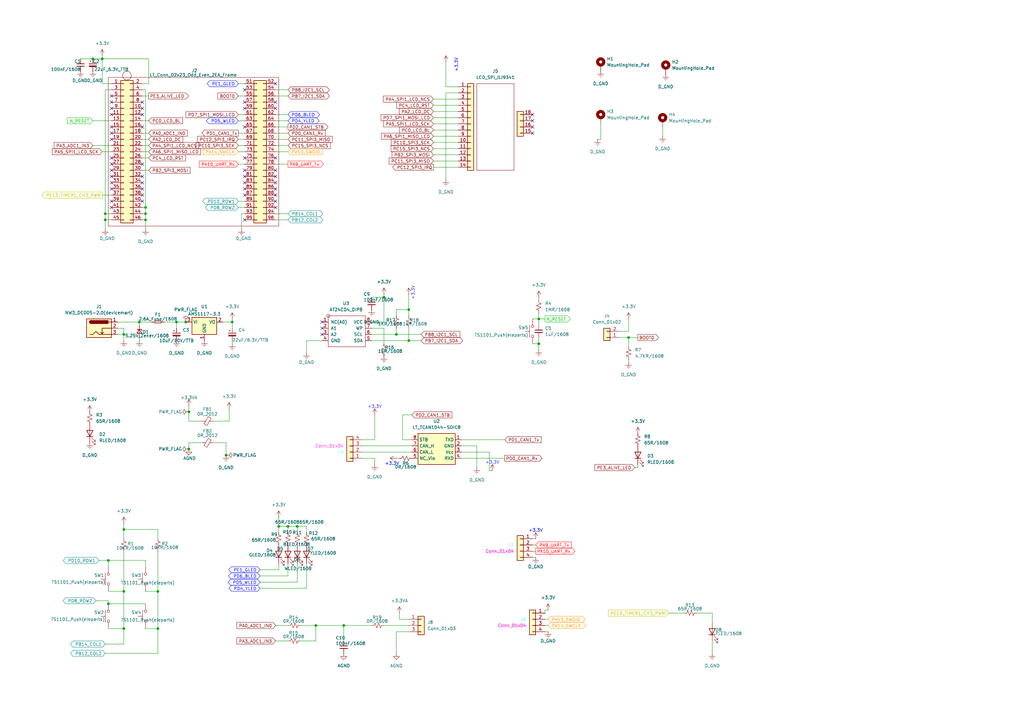
<source format=kicad_sch>
(kicad_sch (version 20231120) (generator "eeschema") (generator_version "8.0")
  (paper "A3")
  (lib_symbols
    (symbol "Connector:Barrel_Jack_Switch_Pin3Ring" (pin_names hide)
      (property "Reference" "J" (at 0 5.334 0))
      (property "Value" "Barrel_Jack_Switch_Pin3Ring" (at 0 -5.08 0))
      (symbol "Barrel_Jack_Switch_Pin3Ring_1_1"
        (pin passive line (at 7.62 2.54 180) (length 2.54) (name "~") (number "1"))
        (pin passive line (at 7.62 0 180) (length 2.54) (name "~") (number "2"))
        (pin passive line (at 7.62 -2.54 180) (length 2.54) (name "~") (number "3"))
      )
    )
    (symbol "Connector_Generic:Conn_01x02" (pin_names (offset 1.016) hide)
      (property "Reference" "J" (at 0 2.54 0))
      (property "Value" "Conn_01x02" (at 0 -5.08 0))
      (symbol "Conn_01x02_1_1"
        (pin passive line (at -5.08 0 0) (length 3.81) (name "Pin_1") (number "1"))
        (pin passive line (at -5.08 -2.54 0) (length 3.81) (name "Pin_2") (number "2"))
      )
    )
    (symbol "Connector_Generic:Conn_01x03" (pin_names (offset 1.016) hide)
      (property "Reference" "J" (at 0 5.08 0))
      (property "Value" "Conn_01x03" (at 0 -5.08 0))
      (symbol "Conn_01x03_1_1"
        (pin passive line (at -5.08 2.54 0) (length 3.81) (name "Pin_1") (number "1"))
        (pin passive line (at -5.08 0 0) (length 3.81) (name "Pin_2") (number "2"))
        (pin passive line (at -5.08 -2.54 0) (length 3.81) (name "Pin_3") (number "3"))
      )
    )
    (symbol "Connector_Generic:Conn_01x04" (pin_names (offset 1.016) hide)
      (property "Reference" "J" (at 0 5.08 0))
      (property "Value" "Conn_01x04" (at 0 -7.62 0))
      (symbol "Conn_01x04_1_1"
        (pin passive line (at -5.08 2.54 0) (length 3.81) (name "Pin_1") (number "1"))
        (pin passive line (at -5.08 0 0) (length 3.81) (name "Pin_2") (number "2"))
        (pin passive line (at -5.08 -2.54 0) (length 3.81) (name "Pin_3") (number "3"))
        (pin passive line (at -5.08 -5.08 0) (length 3.81) (name "Pin_4") (number "4"))
      )
    )
    (symbol "Device:C_Polarized_Small" (pin_numbers hide) (pin_names (offset 0.254) hide)
      (property "Reference" "C" (at 0.254 1.778 0))
      (property "Value" "C_Polarized_Small" (at 0.254 -2.032 0))
      (symbol "C_Polarized_Small_1_1"
        (pin passive line (at 0 2.54 270) (length 1.8542) (name "~") (number "1"))
        (pin passive line (at 0 -2.54 90) (length 1.8542) (name "~") (number "2"))
      )
    )
    (symbol "Device:C_Small" (pin_numbers hide) (pin_names (offset 0.254) hide)
      (property "Reference" "C" (at 0.254 1.778 0))
      (property "Value" "C_Small" (at 0.254 -2.032 0))
      (symbol "C_Small_1_1"
        (pin passive line (at 0 2.54 270) (length 2.032) (name "~") (number "1"))
        (pin passive line (at 0 -2.54 90) (length 2.032) (name "~") (number "2"))
      )
    )
    (symbol "Device:D_Zener_Small" (pin_numbers hide) (pin_names (offset 0.254) hide)
      (property "Reference" "D" (at 0 2.286 0))
      (property "Value" "D_Zener_Small" (at 0 -2.286 0))
      (symbol "D_Zener_Small_1_1"
        (pin passive line (at -2.54 0 0) (length 1.778) (name "K") (number "1"))
        (pin passive line (at 2.54 0 180) (length 1.778) (name "A") (number "2"))
      )
    )
    (symbol "Device:FerriteBead_Small" (pin_numbers hide) (pin_names (offset 0))
      (property "Reference" "FB" (at 1.905 1.27 0))
      (property "Value" "FerriteBead_Small" (at 1.905 -1.27 0))
      (symbol "FerriteBead_Small_1_1"
        (pin passive line (at 0 2.54 270) (length 1.27) (name "~") (number "1"))
        (pin passive line (at 0 -2.54 90) (length 1.27) (name "~") (number "2"))
      )
    )
    (symbol "Device:Fuse_Small" (pin_numbers hide) (pin_names (offset 0.254) hide)
      (property "Reference" "F" (at 0 -1.524 0))
      (property "Value" "Fuse_Small" (at 0 1.524 0))
      (symbol "Fuse_Small_1_1"
        (pin passive line (at -2.54 0 0) (length 1.27) (name "~") (number "1"))
        (pin passive line (at 2.54 0 180) (length 1.27) (name "~") (number "2"))
      )
    )
    (symbol "Device:LED" (pin_numbers hide) (pin_names (offset 1.016) hide)
      (property "Reference" "D" (at 0 2.54 0))
      (property "Value" "LED" (at 0 -2.54 0))
      (symbol "LED_1_1"
        (pin passive line (at -3.81 0 0) (length 2.54) (name "K") (number "1"))
        (pin passive line (at 3.81 0 180) (length 2.54) (name "A") (number "2"))
      )
    )
    (symbol "Device:R_Small_US" (pin_numbers hide) (pin_names (offset 0.254) hide)
      (property "Reference" "R" (at 0.762 0.508 0))
      (property "Value" "R_Small_US" (at 0.762 -1.016 0))
      (symbol "R_Small_US_1_1"
        (pin passive line (at 0 2.54 270) (length 1.016) (name "~") (number "1"))
        (pin passive line (at 0 -2.54 90) (length 1.016) (name "~") (number "2"))
      )
    )
    (symbol "LT80_Library:AT24C04_DIP8" (pin_names (offset 1.016))
      (property "Reference" "U?" (at 1.27 29.21 0))
      (property "Value" "AT24C04_DIP8" (at 0 12.7 0))
      (symbol "AT24C04_DIP8_1_1"
        (pin passive line (at -2.54 25.4 0) (length 2.54) (name "NC(A0)") (number "1"))
        (pin passive line (at -2.54 22.86 0) (length 2.54) (name "A1") (number "2"))
        (pin passive line (at -2.54 20.32 0) (length 2.54) (name "A2") (number "3"))
        (pin passive line (at -2.54 17.78 0) (length 2.54) (name "GND") (number "4"))
        (pin passive line (at 17.78 17.78 180) (length 2.54) (name "SDA") (number "5"))
        (pin passive line (at 17.78 20.32 180) (length 2.54) (name "SCL") (number "6"))
        (pin passive line (at 17.78 22.86 180) (length 2.54) (name "WP") (number "7"))
        (pin passive line (at 17.78 25.4 180) (length 2.54) (name "VCC") (number "8"))
      )
    )
    (symbol "LT80_Library:LCD_SPI_ILI9341" (pin_names (offset 1.016) hide)
      (property "Reference" "J" (at 0 17.78 0))
      (property "Value" "LCD_SPI_ILI9341" (at 10.16 -20.32 0))
      (symbol "LCD_SPI_ILI9341_1_1"
        (pin passive line (at -5.08 15.24 0) (length 3.81) (name "Pin_1") (number "1"))
        (pin passive line (at -5.08 -7.62 0) (length 3.81) (name "Pin_10") (number "10"))
        (pin passive line (at -5.08 -10.16 0) (length 3.81) (name "Pin_11") (number "11"))
        (pin passive line (at -5.08 -12.7 0) (length 3.81) (name "Pin_12") (number "12"))
        (pin passive line (at -5.08 -15.24 0) (length 3.81) (name "Pin_13") (number "13"))
        (pin passive line (at -5.08 -17.78 0) (length 3.81) (name "Pin_14") (number "14"))
        (pin passive line (at 25.4 -3.81 180) (length 3.81) (name "Pin_15") (number "15"))
        (pin passive line (at 25.4 -1.27 180) (length 3.81) (name "Pin_16") (number "16"))
        (pin passive line (at 25.4 1.27 180) (length 3.81) (name "Pin_17") (number "17"))
        (pin passive line (at 25.4 3.81 180) (length 3.81) (name "Pin_18") (number "18"))
        (pin passive line (at -5.08 12.7 0) (length 3.81) (name "Pin_2") (number "2"))
        (pin passive line (at -5.08 10.16 0) (length 3.81) (name "Pin_3") (number "3"))
        (pin passive line (at -5.08 7.62 0) (length 3.81) (name "Pin_4") (number "4"))
        (pin passive line (at -5.08 5.08 0) (length 3.81) (name "Pin_5") (number "5"))
        (pin passive line (at -5.08 2.54 0) (length 3.81) (name "Pin_6") (number "6"))
        (pin passive line (at -5.08 0 0) (length 3.81) (name "Pin_7") (number "7"))
        (pin passive line (at -5.08 -2.54 0) (length 3.81) (name "Pin_8") (number "8"))
        (pin passive line (at -5.08 -5.08 0) (length 3.81) (name "Pin_9") (number "9"))
      )
    )
    (symbol "LT80_Library:LT_Conn_02x23_Odd_Even_2EA_Frame" (pin_names (offset 1.016) hide)
      (property "Reference" "J" (at -3.048 -35.56 0))
      (property "Value" "LT_Conn_02x23_Odd_Even_2EA_Frame" (at 10.16 -29.21 0))
      (symbol "LT_Conn_02x23_Odd_Even_2EA_Frame_1_1"
        (pin passive line (at -5.08 30.48 0) (length 3.81) (name "Pin_1") (number "1"))
        (pin passive line (at 7.62 20.32 180) (length 3.81) (name "Pin_10") (number "10"))
        (pin passive line (at -5.08 17.78 0) (length 3.81) (name "Pin_11") (number "11"))
        (pin passive line (at 7.62 17.78 180) (length 3.81) (name "Pin_12") (number "12"))
        (pin passive line (at -5.08 15.24 0) (length 3.81) (name "Pin_13") (number "13"))
        (pin passive line (at 7.62 15.24 180) (length 3.81) (name "Pin_14") (number "14"))
        (pin passive line (at -5.08 12.7 0) (length 3.81) (name "Pin_15") (number "15"))
        (pin passive line (at 7.62 12.7 180) (length 3.81) (name "Pin_16") (number "16"))
        (pin passive line (at -5.08 10.16 0) (length 3.81) (name "Pin_17") (number "17"))
        (pin passive line (at 7.62 10.16 180) (length 3.81) (name "Pin_18") (number "18"))
        (pin passive line (at -5.08 7.62 0) (length 3.81) (name "Pin_19") (number "19"))
        (pin passive line (at 7.62 30.48 180) (length 3.81) (name "Pin_2") (number "2"))
        (pin passive line (at 7.62 7.62 180) (length 3.81) (name "Pin_20") (number "20"))
        (pin passive line (at -5.08 5.08 0) (length 3.81) (name "Pin_21") (number "21"))
        (pin passive line (at 7.62 5.08 180) (length 3.81) (name "Pin_22") (number "22"))
        (pin passive line (at -5.08 2.54 0) (length 3.81) (name "Pin_23") (number "23"))
        (pin passive line (at 7.62 2.54 180) (length 3.81) (name "Pin_24") (number "24"))
        (pin passive line (at -5.08 0 0) (length 3.81) (name "Pin_25") (number "25"))
        (pin passive line (at 7.62 0 180) (length 3.81) (name "Pin_26") (number "26"))
        (pin passive line (at -5.08 -2.54 0) (length 3.81) (name "Pin_27") (number "27"))
        (pin passive line (at 7.62 -2.54 180) (length 3.81) (name "Pin_28") (number "28"))
        (pin passive line (at -5.08 -5.08 0) (length 3.81) (name "Pin_29") (number "29"))
        (pin passive line (at -5.08 27.94 0) (length 3.81) (name "Pin_3") (number "3"))
        (pin passive line (at 7.62 -5.08 180) (length 3.81) (name "Pin_30") (number "30"))
        (pin passive line (at -5.08 -7.62 0) (length 3.81) (name "Pin_31") (number "31"))
        (pin passive line (at 7.62 -7.62 180) (length 3.81) (name "Pin_32") (number "32"))
        (pin passive line (at -5.08 -10.16 0) (length 3.81) (name "Pin_33") (number "33"))
        (pin passive line (at 7.62 -10.16 180) (length 3.81) (name "Pin_34") (number "34"))
        (pin passive line (at -5.08 -12.7 0) (length 3.81) (name "Pin_35") (number "35"))
        (pin passive line (at 7.62 -12.7 180) (length 3.81) (name "Pin_36") (number "36"))
        (pin passive line (at -5.08 -15.24 0) (length 3.81) (name "Pin_37") (number "37"))
        (pin passive line (at 7.62 -15.24 180) (length 3.81) (name "Pin_38") (number "38"))
        (pin passive line (at -5.08 -17.78 0) (length 3.81) (name "Pin_39") (number "39"))
        (pin passive line (at 7.62 27.94 180) (length 3.81) (name "Pin_4") (number "4"))
        (pin passive line (at 7.62 -17.78 180) (length 3.81) (name "Pin_40") (number "40"))
        (pin passive line (at -5.08 -20.32 0) (length 3.81) (name "Pin_41") (number "41"))
        (pin passive line (at 7.62 -20.32 180) (length 3.81) (name "Pin_42") (number "42"))
        (pin passive line (at -5.08 -22.86 0) (length 3.81) (name "Pin_43") (number "43"))
        (pin passive line (at 7.62 -22.86 180) (length 3.81) (name "Pin_44") (number "44"))
        (pin passive line (at -5.08 -25.4 0) (length 3.81) (name "Pin_45") (number "45"))
        (pin passive line (at 7.62 -25.4 180) (length 3.81) (name "Pin_46") (number "46"))
        (pin passive line (at -5.08 25.4 0) (length 3.81) (name "Pin_5") (number "5"))
        (pin passive line (at 49.53 30.48 0) (length 3.81) (name "Pin_51") (number "51"))
        (pin passive line (at 62.23 30.48 180) (length 3.81) (name "Pin_52") (number "52"))
        (pin passive line (at 49.53 27.94 0) (length 3.81) (name "Pin_53") (number "53"))
        (pin passive line (at 62.23 27.94 180) (length 3.81) (name "Pin_54") (number "54"))
        (pin passive line (at 49.53 25.4 0) (length 3.81) (name "Pin_55") (number "55"))
        (pin passive line (at 62.23 25.4 180) (length 3.81) (name "Pin_56") (number "56"))
        (pin passive line (at 49.53 22.86 0) (length 3.81) (name "Pin_57") (number "57"))
        (pin passive line (at 62.23 22.86 180) (length 3.81) (name "Pin_58") (number "58"))
        (pin passive line (at 49.53 20.32 0) (length 3.81) (name "Pin_59") (number "59"))
        (pin passive line (at 7.62 25.4 180) (length 3.81) (name "Pin_6") (number "6"))
        (pin passive line (at 62.23 20.32 180) (length 3.81) (name "Pin_60") (number "60"))
        (pin passive line (at 49.53 17.78 0) (length 3.81) (name "Pin_61") (number "61"))
        (pin passive line (at 62.23 17.78 180) (length 3.81) (name "Pin_12") (number "62"))
        (pin passive line (at 49.53 15.24 0) (length 3.81) (name "Pin_63") (number "63"))
        (pin passive line (at 62.23 15.24 180) (length 3.81) (name "Pin_64") (number "64"))
        (pin passive line (at 49.53 12.7 0) (length 3.81) (name "Pin_65") (number "65"))
        (pin passive line (at 62.23 12.7 180) (length 3.81) (name "Pin_66") (number "66"))
        (pin passive line (at 49.53 10.16 0) (length 3.81) (name "Pin_17") (number "67"))
        (pin passive line (at 62.23 10.16 180) (length 3.81) (name "Pin_68") (number "68"))
        (pin passive line (at 49.53 7.62 0) (length 3.81) (name "Pin_69") (number "69"))
        (pin passive line (at -5.08 22.86 0) (length 3.81) (name "Pin_7") (number "7"))
        (pin passive line (at 62.23 7.62 180) (length 3.81) (name "Pin_70") (number "70"))
        (pin passive line (at 49.53 5.08 0) (length 3.81) (name "Pin_71") (number "71"))
        (pin passive line (at 62.23 5.08 180) (length 3.81) (name "Pin_72") (number "72"))
        (pin passive line (at 49.53 2.54 0) (length 3.81) (name "Pin_73") (number "73"))
        (pin passive line (at 62.23 2.54 180) (length 3.81) (name "Pin_74") (number "74"))
        (pin passive line (at 49.53 0 0) (length 3.81) (name "Pin_75") (number "75"))
        (pin passive line (at 62.23 0 180) (length 3.81) (name "Pin_76") (number "76"))
        (pin passive line (at 49.53 -2.54 0) (length 3.81) (name "Pin_77") (number "77"))
        (pin passive line (at 62.23 -2.54 180) (length 3.81) (name "Pin_78") (number "78"))
        (pin passive line (at 49.53 -5.08 0) (length 3.81) (name "Pin_79") (number "79"))
        (pin passive line (at 7.62 22.86 180) (length 3.81) (name "Pin_8") (number "8"))
        (pin passive line (at 62.23 -5.08 180) (length 3.81) (name "Pin_80") (number "80"))
        (pin passive line (at 49.53 -7.62 0) (length 3.81) (name "Pin_81") (number "81"))
        (pin passive line (at 62.23 -7.62 180) (length 3.81) (name "Pin_82") (number "82"))
        (pin passive line (at 49.53 -10.16 0) (length 3.81) (name "Pin_83") (number "83"))
        (pin passive line (at 62.23 -10.16 180) (length 3.81) (name "Pin_84") (number "84"))
        (pin passive line (at 49.53 -12.7 0) (length 3.81) (name "Pin_85") (number "85"))
        (pin passive line (at 62.23 -12.7 180) (length 3.81) (name "Pin_86") (number "86"))
        (pin passive line (at 49.53 -15.24 0) (length 3.81) (name "Pin_87") (number "87"))
        (pin passive line (at 62.23 -15.24 180) (length 3.81) (name "Pin_88") (number "88"))
        (pin passive line (at 49.53 -17.78 0) (length 3.81) (name "Pin_89") (number "89"))
        (pin passive line (at -5.08 20.32 0) (length 3.81) (name "Pin_9") (number "9"))
        (pin passive line (at 62.23 -17.78 180) (length 3.81) (name "Pin_90") (number "90"))
        (pin passive line (at 49.53 -20.32 0) (length 3.81) (name "Pin_91") (number "91"))
        (pin passive line (at 62.23 -20.32 180) (length 3.81) (name "Pin_92") (number "92"))
        (pin passive line (at 49.53 -22.86 0) (length 3.81) (name "Pin_93") (number "93"))
        (pin passive line (at 62.23 -22.86 180) (length 3.81) (name "Pin_94") (number "94"))
        (pin passive line (at 49.53 -25.4 0) (length 3.81) (name "Pin_95") (number "95"))
        (pin passive line (at 62.23 -25.4 180) (length 3.81) (name "Pin_96") (number "96"))
      )
    )
    (symbol "LT80_Library:LT_TCAN1044-SOIC8"
      (property "Reference" "U" (at -6.35 6.35 0))
      (property "Value" "LT_TCAN1044-SOIC8" (at 1.27 6.35 0))
      (symbol "LT_TCAN1044-SOIC8_1_1"
        (pin passive line (at -10.16 2.54 0) (length 2.54) (name "TXD") (number "1"))
        (pin passive line (at -10.16 0 0) (length 2.54) (name "GND") (number "2"))
        (pin passive line (at -10.16 -2.54 0) (length 2.54) (name "Vcc") (number "3"))
        (pin passive line (at -10.16 -5.08 0) (length 2.54) (name "RXD") (number "4"))
        (pin passive line (at 10.16 -5.08 180) (length 2.54) (name "NC_Vio") (number "5"))
        (pin passive line (at 10.16 -2.54 180) (length 2.54) (name "CAN_L") (number "6"))
        (pin passive line (at 10.16 0 180) (length 2.54) (name "CAN_H") (number "7"))
        (pin passive line (at 10.16 2.54 180) (length 2.54) (name "STB") (number "8"))
      )
    )
    (symbol "Mechanical:MountingHole_Pad" (pin_numbers hide) (pin_names (offset 1.016) hide) (exclude_from_sim yes) (in_bom no)
      (property "Reference" "H" (at 0 6.35 0))
      (property "Value" "MountingHole_Pad" (at 0 4.445 0))
      (symbol "MountingHole_Pad_1_1"
        (pin input line (at 0 -2.54 90) (length 2.54) (name "1") (number "1"))
      )
    )
    (symbol "Regulator_Linear:AMS1117-3.3"
      (property "Reference" "U" (at -3.81 3.175 0))
      (property "Value" "AMS1117-3.3" (at 0 3.175 0))
      (symbol "AMS1117-3.3_1_1"
        (pin power_in line (at 0 -7.62 90) (length 2.54) (name "GND") (number "1"))
        (pin power_out line (at 7.62 0 180) (length 2.54) (name "VO") (number "2"))
        (pin power_in line (at -7.62 0 0) (length 2.54) (name "VI") (number "3"))
      )
    )
    (symbol "Switch:SW_Push" (pin_numbers hide) (pin_names (offset 1.016) hide)
      (property "Reference" "SW" (at 1.27 2.54 0))
      (property "Value" "SW_Push" (at 0 -1.524 0))
      (symbol "SW_Push_0_1"
        (pin passive line (at -5.08 0 0) (length 2.54) (name "1") (number "1"))
        (pin passive line (at 5.08 0 180) (length 2.54) (name "2") (number "2"))
      )
    )
    (symbol "power:+3.3V" (power) (pin_numbers hide) (pin_names (offset 0) hide)
      (property "Value" "+3.3V" (at 0 3.556 0))
      (symbol "+3.3V_1_1"
        (pin power_in line (at 0 0 90) (length 0) (name "~") (number "1"))
      )
    )
    (symbol "power:+3.3VA" (power) (pin_numbers hide) (pin_names (offset 0) hide)
      (property "Value" "+3.3VA" (at 0 3.556 0))
      (symbol "+3.3VA_1_1"
        (pin power_in line (at 0 0 90) (length 0) (name "~") (number "1"))
      )
    )
    (symbol "power:Earth" (power) (pin_numbers hide) (pin_names (offset 0) hide)
      (property "Value" "Earth" (at 0 -3.81 0))
      (symbol "Earth_1_1"
        (pin power_in line (at 0 0 270) (length 0) (name "~") (number "1"))
      )
    )
    (symbol "power:GND" (power) (pin_numbers hide) (pin_names (offset 0) hide)
      (property "Value" "GND" (at 0 -3.81 0))
      (symbol "GND_1_1"
        (pin power_in line (at 0 0 270) (length 0) (name "~") (number "1"))
      )
    )
    (symbol "power:PWR_FLAG" (power) (pin_numbers hide) (pin_names (offset 0) hide)
      (property "Value" "PWR_FLAG" (at 0 3.81 0))
      (symbol "PWR_FLAG_0_0"
        (pin power_out line (at 0 0 90) (length 0) (name "~") (number "1"))
      )
    )
  )
  (junction (at 118.11 215.9))
  (junction (at 43.18 87.63))
  (junction (at 64.77 257.81))
  (junction (at 167.64 139.7))
  (junction (at 76.2 132.08))
  (junction (at 77.47 184.15))
  (junction (at 157.48 121.92))
  (junction (at 162.56 137.16))
  (junction (at 41.91 24.13))
  (junction (at 59.69 85.09))
  (junction (at 114.3 215.9))
  (junction (at 220.98 140.97))
  (junction (at 50.8 242.57))
  (junction (at 167.64 127))
  (junction (at 43.18 90.17))
  (junction (at 77.47 168.91))
  (junction (at 140.97 256.54))
  (junction (at 50.8 137.16))
  (junction (at 50.8 217.17))
  (junction (at 95.25 132.08))
  (junction (at 59.69 90.17))
  (junction (at 44.45 247.65))
  (junction (at 38.1 24.13))
  (junction (at 59.69 87.63))
  (junction (at 50.8 257.81))
  (junction (at 257.81 138.43))
  (junction (at 44.45 229.87))
  (junction (at 129.54 256.54))
  (junction (at 72.39 132.08))
  (junction (at 64.77 242.57))
  (junction (at 121.92 215.9))
  (junction (at 92.71 186.69))
  (junction (at 220.98 130.81))
  (junction (at 57.15 132.08))
  (no_connect (at 113.03 82.55))
  (no_connect (at 218.44 46.99))
  (no_connect (at 218.44 52.07))
  (no_connect (at 45.72 64.77))
  (no_connect (at 113.03 80.01))
  (no_connect (at 45.72 69.85))
  (no_connect (at 113.03 64.77))
  (no_connect (at 132.08 137.16))
  (no_connect (at 58.42 67.31))
  (no_connect (at 58.42 72.39))
  (no_connect (at 45.72 52.07))
  (no_connect (at 100.33 44.45))
  (no_connect (at 113.03 41.91))
  (no_connect (at 58.42 80.01))
  (no_connect (at 45.72 54.61))
  (no_connect (at 45.72 57.15))
  (no_connect (at 45.72 77.47))
  (no_connect (at 218.44 54.61))
  (no_connect (at 100.33 72.39))
  (no_connect (at 218.44 49.53))
  (no_connect (at 45.72 39.37))
  (no_connect (at 100.33 77.47))
  (no_connect (at 100.33 90.17))
  (no_connect (at 100.33 52.07))
  (no_connect (at 100.33 69.85))
  (no_connect (at 113.03 72.39))
  (no_connect (at 45.72 41.91))
  (no_connect (at 58.42 41.91))
  (no_connect (at 58.42 46.99))
  (no_connect (at 100.33 80.01))
  (no_connect (at 58.42 44.45))
  (no_connect (at 113.03 69.85))
  (no_connect (at 113.03 74.93))
  (no_connect (at 45.72 46.99))
  (no_connect (at 100.33 64.77))
  (no_connect (at 100.33 74.93))
  (no_connect (at 100.33 36.83))
  (no_connect (at 132.08 134.62))
  (no_connect (at 113.03 85.09))
  (no_connect (at 132.08 132.08))
  (no_connect (at 45.72 44.45))
  (no_connect (at 45.72 67.31))
  (no_connect (at 45.72 82.55))
  (no_connect (at 100.33 41.91))
  (no_connect (at 113.03 34.29))
  (no_connect (at 58.42 52.07))
  (no_connect (at 113.03 44.45))
  (no_connect (at 58.42 74.93))
  (no_connect (at 45.72 74.93))
  (no_connect (at 58.42 77.47))
  (no_connect (at 45.72 72.39))
  (no_connect (at 58.42 82.55))
  (no_connect (at 45.72 85.09))
  (no_connect (at 113.03 77.47))
  (wire (pts (xy 48.26 132.08) (xy 57.15 132.08)))
  (wire (pts (xy 257.81 138.43) (xy 261.62 138.43)))
  (wire (pts (xy 44.45 246.38) (xy 44.45 247.65)))
  (wire (pts (xy 254 135.89) (xy 257.81 135.89)))
  (wire (pts (xy 97.79 54.61) (xy 100.33 54.61)))
  (wire (pts (xy 123.19 256.54) (xy 129.54 256.54)))
  (wire (pts (xy 167.64 259.08) (xy 162.56 259.08)))
  (wire (pts (xy 113.03 36.83) (xy 118.11 36.83)))
  (wire (pts (xy 162.56 259.08) (xy 162.56 267.97)))
  (wire (pts (xy 113.03 62.23) (xy 118.11 62.23)))
  (wire (pts (xy 57.15 132.08) (xy 57.15 133.35)))
  (wire (pts (xy 118.11 67.31) (xy 113.03 67.31)))
  (wire (pts (xy 50.8 217.17) (xy 64.77 217.17)))
  (wire (pts (xy 200.66 185.42) (xy 200.66 193.04)))
  (wire (pts (xy 177.8 60.96) (xy 187.96 60.96)))
  (wire (pts (xy 118.11 59.69) (xy 113.03 59.69)))
  (wire (pts (xy 41.91 34.29) (xy 41.91 24.13)))
  (wire (pts (xy 220.98 138.43) (xy 220.98 140.97)))
  (wire (pts (xy 40.64 229.87) (xy 44.45 229.87)))
  (wire (pts (xy 152.4 139.7) (xy 167.64 139.7)))
  (wire (pts (xy 129.54 262.89) (xy 129.54 256.54)))
  (wire (pts (xy 157.48 134.62) (xy 157.48 140.97)))
  (wire (pts (xy 95.25 130.81) (xy 95.25 132.08)))
  (wire (pts (xy 177.8 68.58) (xy 187.96 68.58)))
  (wire (pts (xy 72.39 132.08) (xy 72.39 134.62)))
  (wire (pts (xy 125.73 139.7) (xy 125.73 144.78)))
  (wire (pts (xy 59.69 36.83) (xy 59.69 85.09)))
  (wire (pts (xy 177.8 55.88) (xy 187.96 55.88)))
  (wire (pts (xy 118.11 215.9) (xy 114.3 215.9)))
  (wire (pts (xy 67.31 132.08) (xy 72.39 132.08)))
  (wire (pts (xy 43.18 90.17) (xy 45.72 90.17)))
  (wire (pts (xy 152.4 132.08) (xy 157.48 132.08)))
  (wire (pts (xy 118.11 54.61) (xy 113.03 54.61)))
  (wire (pts (xy 95.25 132.08) (xy 95.25 134.62)))
  (wire (pts (xy 223.52 254) (xy 224.79 254)))
  (wire (pts (xy 163.83 254) (xy 163.83 251.46)))
  (wire (pts (xy 261.62 191.77) (xy 261.62 190.5)))
  (wire (pts (xy 59.69 90.17) (xy 59.69 93.98)))
  (wire (pts (xy 285.75 251.46) (xy 292.1 251.46)))
  (wire (pts (xy 260.35 191.77) (xy 261.62 191.77)))
  (wire (pts (xy 292.1 262.89) (xy 292.1 267.97)))
  (wire (pts (xy 177.8 58.42) (xy 187.96 58.42)))
  (wire (pts (xy 177.8 40.64) (xy 187.96 40.64)))
  (wire (pts (xy 77.47 181.61) (xy 82.55 181.61)))
  (wire (pts (xy 125.73 215.9) (xy 121.92 215.9)))
  (wire (pts (xy 43.18 36.83) (xy 43.18 87.63)))
  (wire (pts (xy 218.44 130.81) (xy 220.98 130.81)))
  (wire (pts (xy 162.56 134.62) (xy 162.56 137.16)))
  (wire (pts (xy 50.8 137.16) (xy 50.8 139.7)))
  (wire (pts (xy 162.56 137.16) (xy 172.72 137.16)))
  (wire (pts (xy 125.73 215.9) (xy 125.73 218.44)))
  (wire (pts (xy 182.88 38.1) (xy 182.88 73.66)))
  (wire (pts (xy 92.71 186.69) (xy 92.71 181.61)))
  (wire (pts (xy 97.79 57.15) (xy 100.33 57.15)))
  (wire (pts (xy 162.56 127) (xy 162.56 129.54)))
  (wire (pts (xy 58.42 62.23) (xy 60.96 62.23)))
  (wire (pts (xy 223.52 259.08) (xy 224.79 259.08)))
  (wire (pts (xy 218.44 223.52) (xy 219.71 223.52)))
  (wire (pts (xy 148.59 180.34) (xy 153.67 180.34)))
  (wire (pts (xy 148.59 182.88) (xy 168.91 182.88)))
  (wire (pts (xy 87.63 172.72) (xy 93.98 172.72)))
  (wire (pts (xy 106.68 233.68) (xy 114.3 233.68)))
  (wire (pts (xy 59.69 85.09) (xy 58.42 85.09)))
  (wire (pts (xy 64.77 257.81) (xy 59.69 257.81)))
  (wire (pts (xy 93.98 167.64) (xy 93.98 172.72)))
  (wire (pts (xy 44.45 257.81) (xy 50.8 257.81)))
  (wire (pts (xy 223.52 256.54) (xy 224.79 256.54)))
  (wire (pts (xy 50.8 220.98) (xy 50.8 217.17)))
  (wire (pts (xy 41.91 24.13) (xy 60.96 24.13)))
  (wire (pts (xy 167.64 120.65) (xy 167.64 127)))
  (wire (pts (xy 58.42 54.61) (xy 60.96 54.61)))
  (wire (pts (xy 257.81 130.81) (xy 257.81 135.89)))
  (wire (pts (xy 97.79 46.99) (xy 100.33 46.99)))
  (wire (pts (xy 114.3 215.9) (xy 114.3 218.44)))
  (wire (pts (xy 58.42 57.15) (xy 60.96 57.15)))
  (wire (pts (xy 220.98 130.81) (xy 220.98 133.35)))
  (wire (pts (xy 114.3 233.68) (xy 114.3 231.14)))
  (wire (pts (xy 218.44 220.98) (xy 219.71 220.98)))
  (wire (pts (xy 43.18 87.63) (xy 43.18 90.17)))
  (wire (pts (xy 39.37 246.38) (xy 44.45 246.38)))
  (wire (pts (xy 167.64 139.7) (xy 172.72 139.7)))
  (wire (pts (xy 182.88 25.4) (xy 182.88 35.56)))
  (wire (pts (xy 77.47 168.91) (xy 77.47 172.72)))
  (wire (pts (xy 189.23 185.42) (xy 200.66 185.42)))
  (wire (pts (xy 168.91 180.34) (xy 165.1 180.34)))
  (wire (pts (xy 246.38 57.15) (xy 245.11 57.15)))
  (wire (pts (xy 50.8 242.57) (xy 50.8 226.06)))
  (wire (pts (xy 132.08 139.7) (xy 125.73 139.7)))
  (wire (pts (xy 121.92 238.76) (xy 121.92 231.14)))
  (wire (pts (xy 167.64 254) (xy 163.83 254)))
  (wire (pts (xy 60.96 34.29) (xy 58.42 34.29)))
  (wire (pts (xy 167.64 134.62) (xy 167.64 139.7)))
  (wire (pts (xy 177.8 43.18) (xy 187.96 43.18)))
  (wire (pts (xy 44.45 247.65) (xy 59.69 247.65)))
  (wire (pts (xy 38.1 49.53) (xy 45.72 49.53)))
  (wire (pts (xy 220.98 128.27) (xy 220.98 130.81)))
  (wire (pts (xy 106.68 236.22) (xy 118.11 236.22)))
  (wire (pts (xy 50.8 257.81) (xy 50.8 264.16)))
  (wire (pts (xy 165.1 170.18) (xy 168.91 170.18)))
  (wire (pts (xy 59.69 85.09) (xy 59.69 87.63)))
  (wire (pts (xy 41.91 62.23) (xy 45.72 62.23)))
  (wire (pts (xy 50.8 214.63) (xy 50.8 217.17)))
  (wire (pts (xy 64.77 242.57) (xy 64.77 257.81)))
  (wire (pts (xy 58.42 59.69) (xy 60.96 59.69)))
  (wire (pts (xy 152.4 134.62) (xy 157.48 134.62)))
  (wire (pts (xy 97.79 82.55) (xy 100.33 82.55)))
  (wire (pts (xy 97.79 34.29) (xy 100.33 34.29)))
  (wire (pts (xy 59.69 242.57) (xy 64.77 242.57)))
  (wire (pts (xy 140.97 256.54) (xy 140.97 262.89)))
  (wire (pts (xy 218.44 140.97) (xy 220.98 140.97)))
  (wire (pts (xy 44.45 229.87) (xy 44.45 232.41)))
  (wire (pts (xy 274.32 251.46) (xy 280.67 251.46)))
  (wire (pts (xy 114.3 215.9) (xy 114.3 212.09)))
  (wire (pts (xy 189.23 187.96) (xy 207.01 187.96)))
  (wire (pts (xy 162.56 187.96) (xy 163.83 187.96)))
  (wire (pts (xy 177.8 45.72) (xy 187.96 45.72)))
  (wire (pts (xy 60.96 24.13) (xy 60.96 34.29)))
  (wire (pts (xy 43.18 87.63) (xy 45.72 87.63)))
  (wire (pts (xy 38.1 59.69) (xy 45.72 59.69)))
  (wire (pts (xy 38.1 24.13) (xy 41.91 24.13)))
  (wire (pts (xy 97.79 85.09) (xy 100.33 85.09)))
  (wire (pts (xy 218.44 228.6) (xy 219.71 228.6)))
  (wire (pts (xy 33.02 24.13) (xy 38.1 24.13)))
  (wire (pts (xy 187.96 38.1) (xy 182.88 38.1)))
  (wire (pts (xy 292.1 251.46) (xy 292.1 255.27)))
  (wire (pts (xy 95.25 140.97) (xy 95.25 139.7)))
  (wire (pts (xy 58.42 64.77) (xy 60.96 64.77)))
  (wire (pts (xy 218.44 226.06) (xy 219.71 226.06)))
  (wire (pts (xy 157.48 121.92) (xy 152.4 121.92)))
  (wire (pts (xy 118.11 90.17) (xy 113.03 90.17)))
  (wire (pts (xy 106.68 238.76) (xy 121.92 238.76)))
  (wire (pts (xy 165.1 180.34) (xy 165.1 170.18)))
  (wire (pts (xy 77.47 166.37) (xy 77.47 168.91)))
  (wire (pts (xy 177.8 50.8) (xy 187.96 50.8)))
  (wire (pts (xy 45.72 36.83) (xy 43.18 36.83)))
  (wire (pts (xy 189.23 180.34) (xy 207.01 180.34)))
  (wire (pts (xy 118.11 49.53) (xy 113.03 49.53)))
  (wire (pts (xy 157.48 256.54) (xy 167.64 256.54)))
  (wire (pts (xy 223.52 250.19) (xy 224.79 250.19)))
  (wire (pts (xy 77.47 184.15) (xy 77.47 181.61)))
  (wire (pts (xy 118.11 46.99) (xy 113.03 46.99)))
  (wire (pts (xy 64.77 217.17) (xy 64.77 220.98)))
  (wire (pts (xy 118.11 52.07) (xy 113.03 52.07)))
  (wire (pts (xy 57.15 132.08) (xy 62.23 132.08)))
  (wire (pts (xy 57.15 138.43) (xy 57.15 139.7)))
  (wire (pts (xy 44.45 242.57) (xy 50.8 242.57)))
  (wire (pts (xy 50.8 134.62) (xy 50.8 137.16)))
  (wire (pts (xy 97.79 59.69) (xy 100.33 59.69)))
  (wire (pts (xy 118.11 57.15) (xy 113.03 57.15)))
  (wire (pts (xy 59.69 87.63) (xy 59.69 90.17)))
  (wire (pts (xy 157.48 120.65) (xy 157.48 121.92)))
  (wire (pts (xy 59.69 90.17) (xy 58.42 90.17)))
  (wire (pts (xy 58.42 39.37) (xy 60.96 39.37)))
  (wire (pts (xy 118.11 87.63) (xy 113.03 87.63)))
  (wire (pts (xy 254 138.43) (xy 257.81 138.43)))
  (wire (pts (xy 223.52 250.19) (xy 223.52 251.46)))
  (wire (pts (xy 167.64 127) (xy 167.64 129.54)))
  (wire (pts (xy 97.79 62.23) (xy 100.33 62.23)))
  (wire (pts (xy 58.42 49.53) (xy 60.96 49.53)))
  (wire (pts (xy 45.72 34.29) (xy 41.91 34.29)))
  (wire (pts (xy 152.4 137.16) (xy 162.56 137.16)))
  (wire (pts (xy 64.77 267.97) (xy 43.18 267.97)))
  (wire (pts (xy 257.81 138.43) (xy 257.81 142.24)))
  (wire (pts (xy 41.91 22.86) (xy 41.91 24.13)))
  (wire (pts (xy 118.11 236.22) (xy 118.11 231.14)))
  (wire (pts (xy 177.8 48.26) (xy 187.96 48.26)))
  (wire (pts (xy 113.03 262.89) (xy 118.11 262.89)))
  (wire (pts (xy 220.98 140.97) (xy 220.98 143.51)))
  (wire (pts (xy 118.11 215.9) (xy 118.11 218.44)))
  (wire (pts (xy 246.38 50.8) (xy 246.38 57.15)))
  (wire (pts (xy 64.77 257.81) (xy 64.77 267.97)))
  (wire (pts (xy 92.71 181.61) (xy 87.63 181.61)))
  (wire (pts (xy 58.42 69.85) (xy 60.96 69.85)))
  (wire (pts (xy 177.8 53.34) (xy 187.96 53.34)))
  (wire (pts (xy 162.56 127) (xy 167.64 127)))
  (wire (pts (xy 177.8 66.04) (xy 187.96 66.04)))
  (wire (pts (xy 58.42 36.83) (xy 59.69 36.83)))
  (wire (pts (xy 123.19 262.89) (xy 129.54 262.89)))
  (wire (pts (xy 50.8 242.57) (xy 50.8 257.81)))
  (wire (pts (xy 121.92 215.9) (xy 118.11 215.9)))
  (wire (pts (xy 153.67 187.96) (xy 153.67 190.5)))
  (wire (pts (xy 59.69 229.87) (xy 59.69 232.41)))
  (wire (pts (xy 106.68 241.3) (xy 125.73 241.3)))
  (wire (pts (xy 148.59 185.42) (xy 168.91 185.42)))
  (wire (pts (xy 59.69 87.63) (xy 58.42 87.63)))
  (wire (pts (xy 121.92 215.9) (xy 121.92 218.44)))
  (wire (pts (xy 77.47 172.72) (xy 82.55 172.72)))
  (wire (pts (xy 125.73 241.3) (xy 125.73 231.14)))
  (wire (pts (xy 220.98 121.92) (xy 220.98 123.19)))
  (wire (pts (xy 177.8 63.5) (xy 187.96 63.5)))
  (wire (pts (xy 50.8 264.16) (xy 43.18 264.16)))
  (wire (pts (xy 140.97 256.54) (xy 152.4 256.54)))
  (wire (pts (xy 113.03 39.37) (xy 118.11 39.37)))
  (wire (pts (xy 148.59 187.96) (xy 153.67 187.96)))
  (wire (pts (xy 41.91 80.01) (xy 45.72 80.01)))
  (wire (pts (xy 99.06 87.63) (xy 99.06 93.98)))
  (wire (pts (xy 48.26 134.62) (xy 50.8 134.62)))
  (wire (pts (xy 64.77 242.57) (xy 64.77 226.06)))
  (wire (pts (xy 220.98 130.81) (xy 223.52 130.81)))
  (wire (pts (xy 97.79 49.53) (xy 100.33 49.53)))
  (wire (pts (xy 189.23 182.88) (xy 195.58 182.88)))
  (wire (pts (xy 187.96 35.56) (xy 182.88 35.56)))
  (wire (pts (xy 91.44 132.08) (xy 95.25 132.08)))
  (wire (pts (xy 157.48 121.92) (xy 157.48 132.08)))
  (wire (pts (xy 100.33 87.63) (xy 99.06 87.63)))
  (wire (pts (xy 43.18 90.17) (xy 43.18 93.98)))
  (wire (pts (xy 97.79 39.37) (xy 100.33 39.37)))
  (wire (pts (xy 153.67 170.18) (xy 153.67 180.34)))
  (wire (pts (xy 195.58 182.88) (xy 195.58 191.77)))
  (wire (pts (xy 271.78 52.07) (xy 271.78 55.88)))
  (wire (pts (xy 97.79 67.31) (xy 100.33 67.31)))
  (wire (pts (xy 129.54 256.54) (xy 140.97 256.54)))
  (wire (pts (xy 44.45 229.87) (xy 59.69 229.87)))
  (wire (pts (xy 72.39 132.08) (xy 76.2 132.08)))
  (wire (pts (xy 48.26 137.16) (xy 50.8 137.16)))
  (wire (pts (xy 200.66 193.04) (xy 201.93 193.04)))
  (wire (pts (xy 257.81 148.59) (xy 257.81 147.32)))
  (wire (pts (xy 113.03 256.54) (xy 118.11 256.54)))
  (global_label "PC0_LCD_BL" (shape input) (at 177.8 53.34 180) (property "Intersheetrefs" "${INTERSHEET_REFS}" (effects (hide yes))))
  (global_label "PD0_CAN1_Rx" (shape output) (at 207.01 187.96 0) (property "Intersheetrefs" "${INTERSHEET_REFS}" (effects (hide yes))))
  (global_label "PA4_SPI1_LCD_NCS" (shape input) (at 60.96 59.69 0) (property "Intersheetrefs" "${INTERSHEET_REFS}" (effects (hide yes))))
  (global_label "PC4_LCD_RST" (shape input) (at 60.96 64.77 0) (property "Intersheetrefs" "${INTERSHEET_REFS}" (effects (hide yes))))
  (global_label "PA4_SPI1_LCD_NCS" (shape input) (at 177.8 40.64 180) (property "Intersheetrefs" "${INTERSHEET_REFS}" (effects (hide yes))))
  (global_label "PB2_SPI3_MOSI" (shape input) (at 177.8 63.5 180) (property "Intersheetrefs" "${INTERSHEET_REFS}" (effects (hide yes))))
  (global_label "PA5_SPI1_LCD_SCK" (shape input) (at 177.8 50.8 180) (property "Intersheetrefs" "${INTERSHEET_REFS}" (effects (hide yes))))
  (global_label "PC15_SPI3_NCS" (shape input) (at 177.8 60.96 180) (property "Intersheetrefs" "${INTERSHEET_REFS}" (effects (hide yes))))
  (global_label "PA0_ADC1_IN0" (shape input) (at 113.03 256.54 180) (property "Intersheetrefs" "${INTERSHEET_REFS}" (effects (hide yes))))
  (global_label "PA5_SPI1_LCD_SCK" (shape input) (at 41.91 62.23 180) (property "Intersheetrefs" "${INTERSHEET_REFS}" (effects (hide yes))))
  (global_label "PD8_ROW2" (shape bidirectional) (at 97.79 85.09 180) (property "Intersheetrefs" "${INTERSHEET_REFS}" (effects (hide yes))))
  (global_label "PB7_I2C1_SDA" (shape bidirectional) (at 172.72 139.7 0) (property "Intersheetrefs" "${INTERSHEET_REFS}" (effects (hide yes))))
  (global_label "PD10_ROW1" (shape bidirectional) (at 40.64 229.87 180) (property "Intersheetrefs" "${INTERSHEET_REFS}" (effects (hide yes))))
  (global_label "PD1_CAN1_Tx" (shape output) (at 97.79 54.61 180) (property "Intersheetrefs" "${INTERSHEET_REFS}" (effects (hide yes))))
  (global_label "PB7_I2C1_SDA" (shape bidirectional) (at 118.11 39.37 0) (property "Intersheetrefs" "${INTERSHEET_REFS}" (effects (hide yes))))
  (global_label "PD5_WLED" (shape bidirectional) (at 106.68 238.76 180) (property "Intersheetrefs" "${INTERSHEET_REFS}" (effects (hide yes))))
  (global_label "PC0_LCD_BL" (shape input) (at 60.96 49.53 0) (property "Intersheetrefs" "${INTERSHEET_REFS}" (effects (hide yes))))
  (global_label "PA2_LCD_DC" (shape input) (at 177.8 45.72 180) (property "Intersheetrefs" "${INTERSHEET_REFS}" (effects (hide yes))))
  (global_label "PA10_UART_Rx" (shape input) (at 97.79 67.31 180) (property "Intersheetrefs" "${INTERSHEET_REFS}" (effects (hide yes))))
  (global_label "PA6_SPI1_MISO_LCD" (shape input) (at 60.96 62.23 0) (property "Intersheetrefs" "${INTERSHEET_REFS}" (effects (hide yes))))
  (global_label "PD8_ROW2" (shape bidirectional) (at 39.37 246.38 180) (property "Intersheetrefs" "${INTERSHEET_REFS}" (effects (hide yes))))
  (global_label "PA2_LCD_DC" (shape input) (at 60.96 57.15 0) (property "Intersheetrefs" "${INTERSHEET_REFS}" (effects (hide yes))))
  (global_label "PE3_ALIVE_LED" (shape input) (at 260.35 191.77 180) (property "Intersheetrefs" "${INTERSHEET_REFS}" (effects (hide yes))))
  (global_label "PD4_YLED" (shape bidirectional) (at 106.68 241.3 180) (property "Intersheetrefs" "${INTERSHEET_REFS}" (effects (hide yes))))
  (global_label "PD5_WLED" (shape bidirectional) (at 97.79 49.53 180) (property "Intersheetrefs" "${INTERSHEET_REFS}" (effects (hide yes))))
  (global_label "PC12_SPI3_IRQ" (shape output) (at 177.8 68.58 180) (property "Intersheetrefs" "${INTERSHEET_REFS}" (effects (hide yes))))
  (global_label "PB2_SPI3_MOSI" (shape input) (at 60.96 69.85 0) (property "Intersheetrefs" "${INTERSHEET_REFS}" (effects (hide yes))))
  (global_label "PC10_SPI3_SCK" (shape input) (at 97.79 59.69 180) (property "Intersheetrefs" "${INTERSHEET_REFS}" (effects (hide yes))))
  (global_label "PD0_CAN1_Rx" (shape input) (at 118.11 54.61 0) (property "Intersheetrefs" "${INTERSHEET_REFS}" (effects (hide yes))))
  (global_label "PA9_UART_Tx" (shape input) (at 219.71 223.52 0) (property "Intersheetrefs" "${INTERSHEET_REFS}" (effects (hide yes))))
  (global_label "BOOT0" (shape input) (at 97.79 39.37 180) (property "Intersheetrefs" "${INTERSHEET_REFS}" (effects (hide yes))))
  (global_label "N_RESET" (shape input) (at 38.1 49.53 180) (property "Intersheetrefs" "${INTERSHEET_REFS}" (effects (hide yes))))
  (global_label "BOOT0" (shape output) (at 261.62 138.43 0) (property "Intersheetrefs" "${INTERSHEET_REFS}" (effects (hide yes))))
  (global_label "PA14_SWCLK" (shape bidirectional) (at 224.79 256.54 0) (property "Intersheetrefs" "${INTERSHEET_REFS}" (effects (hide yes))))
  (global_label "PE1_GLED" (shape bidirectional) (at 97.79 34.29 180) (property "Intersheetrefs" "${INTERSHEET_REFS}" (effects (hide yes))))
  (global_label "PB8_I2C1_SCL" (shape input) (at 172.72 137.16 0) (property "Intersheetrefs" "${INTERSHEET_REFS}" (effects (hide yes))))
  (global_label "PB12_COL2" (shape bidirectional) (at 118.11 90.17 0) (property "Intersheetrefs" "${INTERSHEET_REFS}" (effects (hide yes))))
  (global_label "PD4_YLED" (shape bidirectional) (at 118.11 49.53 0) (property "Intersheetrefs" "${INTERSHEET_REFS}" (effects (hide yes))))
  (global_label "PE1_GLED" (shape bidirectional) (at 106.68 233.68 180) (property "Intersheetrefs" "${INTERSHEET_REFS}" (effects (hide yes))))
  (global_label "PC15_SPI3_NCS" (shape input) (at 118.11 59.69 0) (property "Intersheetrefs" "${INTERSHEET_REFS}" (effects (hide yes))))
  (global_label "PA10_UART_Rx" (shape output) (at 219.71 226.06 0) (property "Intersheetrefs" "${INTERSHEET_REFS}" (effects (hide yes))))
  (global_label "PE3_ALIVE_LED" (shape output) (at 60.96 39.37 0) (property "Intersheetrefs" "${INTERSHEET_REFS}" (effects (hide yes))))
  (global_label "PD2_CAN1_STB" (shape output) (at 118.11 52.07 0) (property "Intersheetrefs" "${INTERSHEET_REFS}" (effects (hide yes))))
  (global_label "PD6_BLED" (shape bidirectional) (at 106.68 236.22 180) (property "Intersheetrefs" "${INTERSHEET_REFS}" (effects (hide yes))))
  (global_label "PE13_TIMER1_CH3_PWM" (shape input) (at 274.32 251.46 180) (property "Intersheetrefs" "${INTERSHEET_REFS}" (effects (hide yes))))
  (global_label "PB14_COL1" (shape bidirectional) (at 118.11 87.63 0) (property "Intersheetrefs" "${INTERSHEET_REFS}" (effects (hide yes))))
  (global_label "PA3_ADC1_IN3" (shape input) (at 113.03 262.89 180) (property "Intersheetrefs" "${INTERSHEET_REFS}" (effects (hide yes))))
  (global_label "PC11_SPI3_MISO" (shape input) (at 177.8 66.04 180) (property "Intersheetrefs" "${INTERSHEET_REFS}" (effects (hide yes))))
  (global_label "PD2_CAN1_STB" (shape input) (at 168.91 170.18 0) (property "Intersheetrefs" "${INTERSHEET_REFS}" (effects (hide yes))))
  (global_label "PB12_COL2" (shape bidirectional) (at 43.18 267.97 180) (property "Intersheetrefs" "${INTERSHEET_REFS}" (effects (hide yes))))
  (global_label "PB8_I2C1_SCL" (shape bidirectional) (at 118.11 36.83 0) (property "Intersheetrefs" "${INTERSHEET_REFS}" (effects (hide yes))))
  (global_label "PA3_ADC1_IN3" (shape input) (at 38.1 59.69 180) (property "Intersheetrefs" "${INTERSHEET_REFS}" (effects (hide yes))))
  (global_label "PD1_CAN1_Tx" (shape input) (at 207.01 180.34 0) (property "Intersheetrefs" "${INTERSHEET_REFS}" (effects (hide yes))))
  (global_label "PC4_LCD_RST" (shape input) (at 177.8 43.18 180) (property "Intersheetrefs" "${INTERSHEET_REFS}" (effects (hide yes))))
  (global_label "PB14_COL1" (shape bidirectional) (at 43.18 264.16 180) (property "Intersheetrefs" "${INTERSHEET_REFS}" (effects (hide yes))))
  (global_label "N_RESET" (shape output) (at 223.52 130.81 0) (property "Intersheetrefs" "${INTERSHEET_REFS}" (effects (hide yes))))
  (global_label "PC11_SPI3_MISO" (shape input) (at 118.11 57.15 0) (property "Intersheetrefs" "${INTERSHEET_REFS}" (effects (hide yes))))
  (global_label "PA14_SWCLK" (shape input) (at 97.79 62.23 180) (property "Intersheetrefs" "${INTERSHEET_REFS}" (effects (hide yes))))
  (global_label "PA9_UART_Tx" (shape output) (at 118.11 67.31 0) (property "Intersheetrefs" "${INTERSHEET_REFS}" (effects (hide yes))))
  (global_label "PC10_SPI3_SCK" (shape input) (at 177.8 58.42 180) (property "Intersheetrefs" "${INTERSHEET_REFS}" (effects (hide yes))))
  (global_label "PA0_ADC1_IN0" (shape input) (at 60.96 54.61 0) (property "Intersheetrefs" "${INTERSHEET_REFS}" (effects (hide yes))))
  (global_label "PE13_TIMER1_CH3_PWM" (shape output) (at 41.91 80.01 180) (property "Intersheetrefs" "${INTERSHEET_REFS}" (effects (hide yes))))
  (global_label "PA13_SWDIO" (shape bidirectional) (at 224.79 254 0) (property "Intersheetrefs" "${INTERSHEET_REFS}" (effects (hide yes))))
  (global_label "PA6_SPI1_MISO_LCD" (shape input) (at 177.8 55.88 180) (property "Intersheetrefs" "${INTERSHEET_REFS}" (effects (hide yes))))
  (global_label "PA13_SWDIO" (shape input) (at 118.11 62.23 0) (property "Intersheetrefs" "${INTERSHEET_REFS}" (effects (hide yes))))
  (global_label "PD7_SPI1_MOSI_LCD" (shape input) (at 177.8 48.26 180) (property "Intersheetrefs" "${INTERSHEET_REFS}" (effects (hide yes))))
  (global_label "PD10_ROW1" (shape bidirectional) (at 97.79 82.55 180) (property "Intersheetrefs" "${INTERSHEET_REFS}" (effects (hide yes))))
  (global_label "PD6_BLED" (shape bidirectional) (at 118.11 46.99 0) (property "Intersheetrefs" "${INTERSHEET_REFS}" (effects (hide yes))))
  (global_label "PD7_SPI1_MOSI_LCD" (shape input) (at 97.79 46.99 180) (property "Intersheetrefs" "${INTERSHEET_REFS}" (effects (hide yes))))
  (global_label "PC12_SPI3_IRQ" (shape input) (at 97.79 57.15 180) (property "Intersheetrefs" "${INTERSHEET_REFS}" (effects (hide yes))))
  (symbol (lib_id "power:Earth") (at 153.67 190.5 0) (unit 1)
    (property "Reference" "#PWR024" (effects (hide yes)))
    (property "Value" "D_GND" (at 153.67 195.58 0))
    (property "Description" "Power symbol creates a global label with name \"Earth\"" (effects (hide yes)))
  )
  (symbol (lib_id "Device:R_Small_US") (at 167.64 132.08 0) (unit 1)
    (property "Reference" "R18" (at 169.926 131.318 0))
    (property "Value" "1KR/1608" (at 170.18 132.842 0))
    (property "Footprint" "Resistor_SMD:R_0603_1608Metric_Pad0.98x0.95mm_HandSolder" (effects (hide yes)))
    (property "Description" "Resistor, small US symbol" (effects (hide yes)))
  )
  (symbol (lib_id "Device:R_Small_US") (at 114.3 220.98 0) (unit 1)
    (property "Reference" "R9" (at 112.522 219.202 0))
    (property "Value" "65R/1608" (at 108.204 221.488 0))
    (property "Footprint" "Resistor_SMD:R_0603_1608Metric_Pad0.98x0.95mm_HandSolder" (effects (hide yes)))
    (property "Description" "Resistor, small US symbol" (effects (hide yes)))
  )
  (symbol (lib_id "Device:C_Small") (at 33.02 26.67 0) (unit 1)
    (property "Reference" "C1" (at 30.48 25.146 0) (effects (justify left)))
    (property "Value" "100nF/1608" (at 20.828 28.448 0) (effects (justify left)))
    (property "Footprint" "Capacitor_SMD:C_0603_1608Metric_Pad1.08x0.95mm_HandSolder" (effects (hide yes)))
    (property "Description" "Unpolarized capacitor, small symbol" (effects (hide yes)))
  )
  (symbol (lib_id "Device:R_Small_US") (at 64.77 223.52 0) (unit 1)
    (property "Reference" "R2" (at 67.564 223.012 0))
    (property "Value" "10KR/1608" (at 67.564 224.536 0))
    (property "Footprint" "Resistor_SMD:R_0603_1608Metric_Pad0.98x0.95mm_HandSolder" (effects (hide yes)))
    (property "Description" "Resistor, small US symbol" (effects (hide yes)))
  )
  (symbol (lib_id "Connector:Barrel_Jack_Switch_Pin3Ring") (at 40.64 134.62 0) (unit 1)
    (property "Reference" "J1" (at 40.64 125.73 0))
    (property "Value" "NW3_DC005-2.0(devicemart)" (at 40.64 128.27 0))
    (property "Footprint" "Connector_BarrelJack:BarrelJack_GCT_DCJ200-10-A_Horizontal" (effects (hide yes)))
    (property "Description" "DC Barrel Jack with an internal switch" (effects (hide yes)))
  )
  (symbol (lib_id "power:Earth") (at 92.71 186.69 0) (unit 1)
    (property "Reference" "#PWR022" (effects (hide yes)))
    (property "Value" "D_GND" (at 92.71 191.77 0))
    (property "Description" "Power symbol creates a global label with name \"Earth\"" (effects (hide yes)))
  )
  (symbol (lib_id "power:Earth") (at 83.82 139.7 0) (unit 1)
    (property "Reference" "#PWR010" (effects (hide yes)))
    (property "Value" "D_GND" (at 83.82 144.78 0))
    (property "Description" "Power symbol creates a global label with name \"Earth\"" (effects (hide yes)))
  )
  (symbol (lib_id "power:Earth") (at 157.48 146.05 0) (unit 1)
    (property "Reference" "#PWR039" (effects (hide yes)))
    (property "Value" "D_GND" (at 157.48 151.13 0))
    (property "Description" "Power symbol creates a global label with name \"Earth\"" (effects (hide yes)))
  )
  (symbol (lib_id "Connector_Generic:Conn_01x03") (at 172.72 256.54 0) (unit 1)
    (property "Reference" "J8" (at 175.26 255.2699 0) (effects (justify left)))
    (property "Value" "Conn_01x03" (at 175.26 257.8099 0) (effects (justify left)))
    (property "Footprint" "Connector_PinHeader_2.54mm:PinHeader_1x03_P2.54mm_Vertical" (effects (hide yes)))
    (property "Description" "Generic connector, single row, 01x03, script generated (kicad-library-utils/schlib/autogen/connector/)" (effects (hide yes)))
  )
  (symbol (lib_id "Device:LED") (at 114.3 227.33 90) (unit 1)
    (property "Reference" "D4" (at 109.22 225.806 90) (effects (justify right)))
    (property "Value" "GLED/1608" (at 102.108 227.584 90) (effects (justify right)))
    (property "Footprint" "LED_SMD:LED_0603_1608Metric_Pad1.05x0.95mm_HandSolder" (effects (hide yes)))
    (property "Description" "Light emitting diode" (effects (hide yes)))
  )
  (symbol (lib_id "power:Earth") (at 59.69 93.98 0) (unit 1)
    (property "Reference" "#PWR08" (effects (hide yes)))
    (property "Value" "D_GND" (at 59.69 99.06 0))
    (property "Description" "Power symbol creates a global label with name \"Earth\"" (effects (hide yes)))
  )
  (symbol (lib_id "Connector_Generic:Conn_01x04") (at 143.51 185.42 180) (unit 1)
    (property "Reference" "J3" (at 140.97 185.4201 0) (effects (justify left)))
    (property "Value" "Conn_01x04" (at 140.97 182.8801 0) (effects (justify left)))
    (property "Footprint" "Connector_PinHeader_2.54mm:PinHeader_1x04_P2.54mm_Vertical" (effects (hide yes)))
    (property "Description" "Generic connector, single row, 01x04, script generated (kicad-library-utils/schlib/autogen/connector/)" (effects (hide yes)))
  )
  (symbol (lib_id "Device:C_Polarized_Small") (at 72.39 137.16 0) (unit 1)
    (property "Reference" "C3" (at 74.93 135.3438 0) (effects (justify left)))
    (property "Value" "10uF/10V/TTB" (at 65.278 139.7 0) (effects (justify left)))
    (property "Footprint" "Capacitor_Tantalum_SMD:CP_EIA-3528-21_Kemet-B_Pad1.50x2.35mm_HandSolder" (effects (hide yes)))
    (property "Description" "Polarized capacitor, small symbol" (effects (hide yes)))
  )
  (symbol (lib_id "Device:FerriteBead_Small") (at 85.09 172.72 270) (unit 1)
    (property "Reference" "FB1" (at 85.0334 167.8022 90))
    (property "Value" "0R_2012" (at 85.0334 169.8342 90))
    (property "Footprint" "Resistor_SMD:R_0805_2012Metric_Pad1.20x1.40mm_HandSolder" (effects (hide yes)))
    (property "Description" "Ferrite bead, small symbol" (effects (hide yes)))
  )
  (symbol (lib_id "Device:R_Small_US") (at 283.21 251.46 90) (unit 1)
    (property "Reference" "R13" (at 282.956 248.158 90))
    (property "Value" "65R/1608" (at 282.956 249.682 90))
    (property "Footprint" "Resistor_SMD:R_0603_1608Metric_Pad0.98x0.95mm_HandSolder" (effects (hide yes)))
    (property "Description" "Resistor, small US symbol" (effects (hide yes)))
  )
  (symbol (lib_id "Mechanical:MountingHole_Pad") (at 246.38 26.67 0) (unit 1) (exclude_from_sim yes) (in_bom no)
    (property "Reference" "H1" (at 248.92 24.1299 0) (effects (justify left)))
    (property "Value" "MountingHole_Pad" (at 248.92 26.6699 0) (effects (justify left)))
    (property "Footprint" "LT_Library80:LT_MountingHole_3.2mm_M3_Pad_TopBottom" (effects (hide yes)))
    (property "Description" "Mounting Hole with connection" (effects (hide yes)))
  )
  (symbol (lib_id "Device:C_Polarized_Small") (at 38.1 26.67 0) (unit 1)
    (property "Reference" "C2" (at 38.1 25.146 0) (effects (justify left)))
    (property "Value" "22uF_6.3V_TTB" (at 38.608 28.448 0) (effects (justify left)))
    (property "Footprint" "Capacitor_Tantalum_SMD:CP_EIA-3528-21_Kemet-B_Pad1.50x2.35mm_HandSolder" (effects (hide yes)))
    (property "Description" "Polarized capacitor, small symbol" (effects (hide yes)))
  )
  (symbol (lib_id "Device:R_Small_US") (at 50.8 223.52 0) (unit 1)
    (property "Reference" "R1" (at 53.594 223.012 0))
    (property "Value" "10KR/1608" (at 53.34 224.79 0))
    (property "Footprint" "Resistor_SMD:R_0603_1608Metric_Pad0.98x0.95mm_HandSolder" (effects (hide yes)))
    (property "Description" "Resistor, small US symbol" (effects (hide yes)))
  )
  (symbol (lib_id "Device:Fuse_Small") (at 64.77 132.08 0) (unit 1)
    (property "Reference" "F1" (at 64.77 129.032 0))
    (property "Value" "2.6A_Fuse/1608" (at 64.77 130.81 0))
    (property "Footprint" "Fuse:Fuse_0603_1608Metric_Pad1.05x0.95mm_HandSolder" (effects (hide yes)))
    (property "Description" "Fuse, small symbol" (effects (hide yes)))
  )
  (symbol (lib_id "power:GND") (at 140.97 267.97 0) (unit 1)
    (property "Reference" "#PWR047" (effects (hide yes)))
    (property "Value" "AGND" (at 140.97 273.05 0))
    (property "Description" "Power symbol creates a global label with name \"GND\" , ground" (effects (hide yes)))
  )
  (symbol (lib_id "power:+3.3VA") (at 77.47 166.37 0) (unit 1)
    (property "Reference" "#PWR014" (effects (hide yes)))
    (property "Value" "+3.3VA" (at 77.47 163.068 0))
    (property "Description" "Power symbol creates a global label with name \"+3.3VA\"" (effects (hide yes)))
  )
  (symbol (lib_id "Device:C_Small") (at 140.97 265.43 0) (unit 1)
    (property "Reference" "C10" (at 137.668 261.62 0) (effects (justify left)))
    (property "Value" "100nF/1608" (at 137.668 263.906 0) (effects (justify left)))
    (property "Footprint" "Capacitor_SMD:C_0603_1608Metric_Pad1.08x0.95mm_HandSolder" (effects (hide yes)))
    (property "Description" "Unpolarized capacitor, small symbol" (effects (hide yes)))
  )
  (symbol (lib_id "Device:R_Small_US") (at 157.48 143.51 0) (unit 1)
    (property "Reference" "R16" (at 159.766 142.494 0))
    (property "Value" "1KR/1608" (at 160.02 144.018 0))
    (property "Footprint" "Resistor_SMD:R_0603_1608Metric_Pad0.98x0.95mm_HandSolder" (effects (hide yes)))
    (property "Description" "Resistor, small US symbol" (effects (hide yes)))
  )
  (symbol (lib_id "power:+3.3V") (at 257.81 130.81 0) (unit 1)
    (property "Reference" "#PWR030" (effects (hide yes)))
    (property "Value" "+3.3V" (at 257.81 125.73 0))
    (property "Description" "Power symbol creates a global label with name \"+3.3V\"" (effects (hide yes)))
  )
  (symbol (lib_id "power:Earth") (at 257.81 148.59 0) (unit 1)
    (property "Reference" "#PWR031" (effects (hide yes)))
    (property "Value" "D_GND" (at 257.81 153.67 0))
    (property "Description" "Power symbol creates a global label with name \"Earth\"" (effects (hide yes)))
  )
  (symbol (lib_id "Device:R_Small_US") (at 121.92 220.98 0) (unit 1)
    (property "Reference" "R11" (at 121.92 218.44 0))
    (property "Value" "65R/1608" (at 127.762 214.122 0))
    (property "Footprint" "Resistor_SMD:R_0603_1608Metric_Pad0.98x0.95mm_HandSolder" (effects (hide yes)))
    (property "Description" "Resistor, small US symbol" (effects (hide yes)))
  )
  (symbol (lib_id "Mechanical:MountingHole_Pad") (at 271.78 49.53 0) (unit 1) (exclude_from_sim yes) (in_bom no)
    (property "Reference" "H4" (at 274.32 46.9899 0) (effects (justify left)))
    (property "Value" "MountingHole_Pad" (at 274.32 49.5299 0) (effects (justify left)))
    (property "Footprint" "LT_Library80:LT_MountingHole_3.2mm_M3_Pad_TopBottom" (effects (hide yes)))
    (property "Description" "Mounting Hole with connection" (effects (hide yes)))
  )
  (symbol (lib_id "power:+3.3VA") (at 163.83 251.46 0) (unit 1)
    (property "Reference" "#PWR049" (effects (hide yes)))
    (property "Value" "+3.3VA" (at 163.83 246.38 0))
    (property "Description" "Power symbol creates a global label with name \"+3.3VA\"" (effects (hide yes)))
  )
  (symbol (lib_id "power:+3.3V") (at 224.79 250.19 0) (unit 1)
    (property "Reference" "#PWR07" (effects (hide yes)))
    (property "Value" "+3.3V" (at 224.79 245.11 0))
    (property "Description" "Power symbol creates a global label with name \"+3.3V\"" (effects (hide yes)))
  )
  (symbol (lib_id "power:PWR_FLAG") (at 76.2 132.08 0) (unit 1)
    (property "Reference" "#FLG01" (effects (hide yes)))
    (property "Value" "PWR_FLAG" (at 76.2 127 0))
    (property "Description" "Special symbol for telling ERC where power comes from" (effects (hide yes)))
  )
  (symbol (lib_id "Device:LED") (at 118.11 227.33 90) (unit 1)
    (property "Reference" "D5" (at 113.538 225.044 90) (effects (justify right)))
    (property "Value" "BLED/1608" (at 116.078 223.266 90) (effects (justify right)))
    (property "Footprint" "LED_SMD:LED_0603_1608Metric_Pad1.05x0.95mm_HandSolder" (effects (hide yes)))
    (property "Description" "Light emitting diode" (effects (hide yes)))
  )
  (symbol (lib_id "Device:C_Small") (at 152.4 124.46 0) (unit 1)
    (property "Reference" "C9" (at 149.098 120.65 0) (effects (justify left)))
    (property "Value" "100nF/1608" (at 149.098 122.936 0) (effects (justify left)))
    (property "Footprint" "Capacitor_SMD:C_0603_1608Metric_Pad1.08x0.95mm_HandSolder" (effects (hide yes)))
    (property "Description" "Unpolarized capacitor, small symbol" (effects (hide yes)))
  )
  (symbol (lib_id "power:Earth") (at 95.25 140.97 0) (unit 1)
    (property "Reference" "#PWR012" (effects (hide yes)))
    (property "Value" "D_GND" (at 95.25 146.05 0))
    (property "Description" "Power symbol creates a global label with name \"Earth\"" (effects (hide yes)))
  )
  (symbol (lib_id "Mechanical:MountingHole_Pad") (at 246.38 48.26 0) (unit 1) (exclude_from_sim yes) (in_bom no)
    (property "Reference" "H3" (at 248.92 45.7199 0) (effects (justify left)))
    (property "Value" "MountingHole_Pad" (at 248.92 48.2599 0) (effects (justify left)))
    (property "Footprint" "LT_Library80:LT_MountingHole_3.2mm_M3_Pad_TopBottom" (effects (hide yes)))
    (property "Description" "Mounting Hole with connection" (effects (hide yes)))
  )
  (symbol (lib_id "power:Earth") (at 152.4 127 0) (unit 1)
    (property "Reference" "#PWR020" (effects (hide yes)))
    (property "Value" "D_GND" (at 152.4 132.08 0))
    (property "Description" "Power symbol creates a global label with name \"Earth\"" (effects (hide yes)))
  )
  (symbol (lib_id "Device:R_Small_US") (at 118.11 220.98 0) (unit 1)
    (property "Reference" "R10" (at 117.856 218.186 0))
    (property "Value" "65R/1608" (at 117.856 214.122 0))
    (property "Footprint" "Resistor_SMD:R_0603_1608Metric_Pad0.98x0.95mm_HandSolder" (effects (hide yes)))
    (property "Description" "Resistor, small US symbol" (effects (hide yes)))
  )
  (symbol (lib_id "Connector_Generic:Conn_01x02") (at 248.92 138.43 180) (unit 1)
    (property "Reference" "J4" (at 248.92 129.54 0))
    (property "Value" "Conn_01x02" (at 248.92 132.08 0))
    (property "Footprint" "Connector_PinHeader_2.54mm:PinHeader_1x02_P2.54mm_Vertical" (effects (hide yes)))
    (property "Description" "Generic connector, single row, 01x02, script generated (kicad-library-utils/schlib/autogen/connector/)" (effects (hide yes)))
  )
  (symbol (lib_id "power:Earth") (at 182.88 73.66 0) (unit 1)
    (property "Reference" "#PWR019" (effects (hide yes)))
    (property "Value" "D_GND" (at 182.88 78.74 0))
    (property "Description" "Power symbol creates a global label with name \"Earth\"" (effects (hide yes)))
  )
  (symbol (lib_id "power:+3.3V") (at 114.3 212.09 0) (unit 1)
    (property "Reference" "#PWR017" (effects (hide yes)))
    (property "Value" "+3.3V" (at 114.3 207.01 0))
    (property "Description" "Power symbol creates a global label with name \"+3.3V\"" (effects (hide yes)))
  )
  (symbol (lib_id "Device:D_Zener_Small") (at 57.15 135.89 270) (unit 1)
    (property "Reference" "D1" (at 58.42 136.144 90) (effects (justify left)))
    (property "Value" "5.25V_Zener/1608" (at 51.308 137.668 90) (effects (justify left)))
    (property "Footprint" "Diode_SMD:D_0603_1608Metric_Pad1.05x0.95mm_HandSolder" (effects (hide yes)))
    (property "Description" "Zener diode, small symbol" (effects (hide yes)))
  )
  (symbol (lib_id "power:+3.3V") (at 167.64 120.65 0) (unit 1)
    (property "Reference" "#PWR046" (effects (hide yes)))
    (property "Value" "+3.3V" (at 169.418 119.888 90))
    (property "Description" "Power symbol creates a global label with name \"+3.3V\"" (effects (hide yes)))
  )
  (symbol (lib_id "Device:R_Small_US") (at 166.37 187.96 270) (unit 1)
    (property "Reference" "R6" (at 166.37 189.992 90))
    (property "Value" "0R/1608" (at 166.37 191.516 90))
    (property "Footprint" "Resistor_SMD:R_0603_1608Metric_Pad0.98x0.95mm_HandSolder" (effects (hide yes)))
    (property "Description" "Resistor, small US symbol" (effects (hide yes)))
  )
  (symbol (lib_id "Device:R_Small_US") (at 36.83 171.45 180) (unit 1)
    (property "Reference" "R3" (at 39.37 170.1799 0) (effects (justify right)))
    (property "Value" "65R/1608" (at 39.37 172.7199 0) (effects (justify right)))
    (property "Footprint" "Resistor_SMD:R_0603_1608Metric_Pad0.98x0.95mm_HandSolder" (effects (hide yes)))
    (property "Description" "Resistor, small US symbol" (effects (hide yes)))
  )
  (symbol (lib_id "Device:R_Small_US") (at 120.65 262.89 90) (unit 1)
    (property "Reference" "R15" (at 120.396 259.588 90))
    (property "Value" "0R/1608" (at 120.396 261.112 90))
    (property "Footprint" "Resistor_SMD:R_0603_1608Metric_Pad0.98x0.95mm_HandSolder" (effects (hide yes)))
    (property "Description" "Resistor, small US symbol" (effects (hide yes)))
  )
  (symbol (lib_id "power:Earth") (at 219.71 228.6 0) (unit 1)
    (property "Reference" "#PWR043" (effects (hide yes)))
    (property "Value" "D_GND" (at 219.71 232.41 0))
    (property "Description" "Power symbol creates a global label with name \"Earth\"" (effects (hide yes)))
  )
  (symbol (lib_id "Device:C_Small") (at 220.98 135.89 0) (unit 1)
    (property "Reference" "C5" (at 223.52 134.6262 0) (effects (justify left)))
    (property "Value" "1uF/1608" (at 223.52 137.1662 0) (effects (justify left)))
    (property "Footprint" "Capacitor_SMD:C_0603_1608Metric_Pad1.08x0.95mm_HandSolder" (effects (hide yes)))
    (property "Description" "Unpolarized capacitor, small symbol" (effects (hide yes)))
  )
  (symbol (lib_id "power:Earth") (at 224.79 259.08 0) (unit 1)
    (property "Reference" "#PWR038" (effects (hide yes)))
    (property "Value" "D_GND" (at 224.79 262.89 0))
    (property "Description" "Power symbol creates a global label with name \"Earth\"" (effects (hide yes)))
  )
  (symbol (lib_id "power:Earth") (at 245.11 57.15 0) (unit 1)
    (property "Reference" "#PWR034" (effects (hide yes)))
    (property "Value" "D_GND" (at 245.11 62.23 0))
    (property "Description" "Power symbol creates a global label with name \"Earth\"" (effects (hide yes)))
  )
  (symbol (lib_id "Device:R_Small_US") (at 125.73 220.98 0) (unit 1)
    (property "Reference" "R12" (at 128.524 218.694 0))
    (property "Value" "65R/1608" (at 132.588 220.98 0))
    (property "Footprint" "Resistor_SMD:R_0603_1608Metric_Pad0.98x0.95mm_HandSolder" (effects (hide yes)))
    (property "Description" "Resistor, small US symbol" (effects (hide yes)))
  )
  (symbol (lib_id "power:+3.3V") (at 220.98 121.92 0) (unit 1)
    (property "Reference" "#PWR037" (effects (hide yes)))
    (property "Value" "+3.3V" (at 220.98 116.84 0))
    (property "Description" "Power symbol creates a global label with name \"+3.3V\"" (effects (hide yes)))
  )
  (symbol (lib_id "power:Earth") (at 220.98 143.51 0) (unit 1)
    (property "Reference" "#PWR021" (effects (hide yes)))
    (property "Value" "D_GND" (at 220.98 148.59 0))
    (property "Description" "Power symbol creates a global label with name \"Earth\"" (effects (hide yes)))
  )
  (symbol (lib_id "Device:FerriteBead_Small") (at 85.09 181.61 270) (unit 1)
    (property "Reference" "FB2" (at 85.09 176.784 90))
    (property "Value" "0R_2012" (at 85.09 178.562 90))
    (property "Footprint" "Resistor_SMD:R_0805_2012Metric_Pad1.20x1.40mm_HandSolder" (effects (hide yes)))
    (property "Description" "Ferrite bead, small symbol" (effects (hide yes)))
  )
  (symbol (lib_id "Device:LED") (at 121.92 227.33 90) (unit 1)
    (property "Reference" "D6" (at 120.396 229.616 90) (effects (justify right)))
    (property "Value" "WLED/1608" (at 116.586 233.172 90) (effects (justify right)))
    (property "Footprint" "LED_SMD:LED_0603_1608Metric_Pad1.05x0.95mm_HandSolder" (effects (hide yes)))
    (property "Description" "Light emitting diode" (effects (hide yes)))
  )
  (symbol (lib_id "power:+3.3V") (at 153.67 170.18 0) (unit 1)
    (property "Reference" "#PWR023" (effects (hide yes)))
    (property "Value" "+3.3V" (at 153.67 166.624 0))
    (property "Description" "Power symbol creates a global label with name \"+3.3V\"" (effects (hide yes)))
  )
  (symbol (lib_id "power:+3.3V") (at 93.98 167.64 0) (unit 1)
    (property "Reference" "#PWR016" (effects (hide yes)))
    (property "Value" "+3.3V" (at 93.98 162.56 0))
    (property "Description" "Power symbol creates a global label with name \"+3.3V\"" (effects (hide yes)))
  )
  (symbol (lib_id "power:Earth") (at 195.58 191.77 0) (unit 1)
    (property "Reference" "#PWR032" (effects (hide yes)))
    (property "Value" "D_GND" (at 195.58 196.85 0))
    (property "Description" "Power symbol creates a global label with name \"Earth\"" (effects (hide yes)))
  )
  (symbol (lib_id "power:+3.3V") (at 41.91 22.86 0) (unit 1)
    (property "Reference" "#PWR03" (effects (hide yes)))
    (property "Value" "+3.3V" (at 41.91 17.78 0))
    (property "Description" "Power symbol creates a global label with name \"+3.3V\"" (effects (hide yes)))
  )
  (symbol (lib_id "Switch:SW_Push") (at 44.45 237.49 90) (unit 1)
    (property "Reference" "SW1" (at 38.608 235.966 90) (effects (justify right)))
    (property "Value" "TS1101_Push(eleparts)" (at 21.082 238.76 90) (effects (justify right)))
    (property "Footprint" "LT_Library80:LT_TS-1101_SW" (effects (hide yes)))
    (property "Description" "Push button switch, generic, two pins" (effects (hide yes)))
  )
  (symbol (lib_id "power:+3.3V") (at 157.48 120.65 0) (unit 1)
    (property "Reference" "#PWR09" (effects (hide yes)))
    (property "Value" "+3.3V" (at 157.48 115.57 0))
    (property "Description" "Power symbol creates a global label with name \"+3.3V\"" (effects (hide yes)))
  )
  (symbol (lib_id "Device:R_Small_US") (at 154.94 256.54 90) (unit 1)
    (property "Reference" "R19" (at 154.686 253.238 90))
    (property "Value" "0R/1608" (at 154.686 254.762 90))
    (property "Footprint" "Resistor_SMD:R_0603_1608Metric_Pad0.98x0.95mm_HandSolder" (effects (hide yes)))
    (property "Description" "Resistor, small US symbol" (effects (hide yes)))
  )
  (symbol (lib_id "Device:LED") (at 261.62 186.69 90) (unit 1)
    (property "Reference" "D3" (at 265.43 187.0074 90) (effects (justify right)))
    (property "Value" "RLED/1608" (at 265.43 189.5474 90) (effects (justify right)))
    (property "Footprint" "LED_SMD:LED_0603_1608Metric_Pad1.05x0.95mm_HandSolder" (effects (hide yes)))
    (property "Description" "Light emitting diode" (effects (hide yes)))
  )
  (symbol (lib_id "power:+3.3V") (at 201.93 193.04 0) (unit 1)
    (property "Reference" "#PWR033" (effects (hide yes)))
    (property "Value" "+3.3V" (at 201.93 189.484 0))
    (property "Description" "Power symbol creates a global label with name \"+3.3V\"" (effects (hide yes)))
  )
  (symbol (lib_id "power:PWR_FLAG") (at 77.47 168.91 90) (unit 1)
    (property "Reference" "#FLG03" (effects (hide yes)))
    (property "Value" "PWR_FLAG" (at 74.676 168.91 90) (effects (justify left)))
    (property "Description" "Special symbol for telling ERC where power comes from" (effects (hide yes)))
  )
  (symbol (lib_id "power:GND") (at 77.47 184.15 0) (unit 1)
    (property "Reference" "#PWR015" (effects (hide yes)))
    (property "Value" "AGND" (at 77.724 187.96 0))
    (property "Description" "Power symbol creates a global label with name \"GND\" , ground" (effects (hide yes)))
  )
  (symbol (lib_id "Switch:SW_Push") (at 59.69 252.73 90) (unit 1)
    (property "Reference" "SW4" (at 53.848 251.206 90) (effects (justify right)))
    (property "Value" "TS1101_Push(eleparts)" (at 49.53 254.254 90) (effects (justify right)))
    (property "Footprint" "LT_Library80:LT_TS-1101_SW" (effects (hide yes)))
    (property "Description" "Push button switch, generic, two pins" (effects (hide yes)))
  )
  (symbol (lib_id "power:Earth") (at 273.05 30.48 0) (unit 1)
    (property "Reference" "#PWR028" (effects (hide yes)))
    (property "Value" "D_GND" (at 273.05 35.56 0))
    (property "Description" "Power symbol creates a global label with name \"Earth\"" (effects (hide yes)))
  )
  (symbol (lib_id "power:Earth") (at 38.1 29.21 0) (unit 1)
    (property "Reference" "#PWR02" (effects (hide yes)))
    (property "Value" "D_GND" (at 38.862 33.02 0))
    (property "Description" "Power symbol creates a global label with name \"Earth\"" (effects (hide yes)))
  )
  (symbol (lib_id "power:+3.3V") (at 50.8 214.63 0) (unit 1)
    (property "Reference" "#PWR044" (effects (hide yes)))
    (property "Value" "+3.3V" (at 50.8 209.55 0))
    (property "Description" "Power symbol creates a global label with name \"+3.3V\"" (effects (hide yes)))
  )
  (symbol (lib_id "Switch:SW_Push") (at 59.69 237.49 90) (unit 1)
    (property "Reference" "SW3" (at 53.848 235.966 90) (effects (justify right)))
    (property "Value" "TS1101_Push(eleparts)" (at 49.53 239.014 90) (effects (justify right)))
    (property "Footprint" "LT_Library80:LT_TS-1101_SW" (effects (hide yes)))
    (property "Description" "Push button switch, generic, two pins" (effects (hide yes)))
  )
  (symbol (lib_id "Device:LED") (at 36.83 177.8 90) (unit 1)
    (property "Reference" "D2" (at 40.64 178.1174 90) (effects (justify right)))
    (property "Value" "RLED/1608" (at 40.64 180.6574 90) (effects (justify right)))
    (property "Footprint" "LED_SMD:LED_0603_1608Metric_Pad1.05x0.95mm_HandSolder" (effects (hide yes)))
    (property "Description" "Light emitting diode" (effects (hide yes)))
  )
  (symbol (lib_id "power:Earth") (at 50.8 139.7 0) (unit 1)
    (property "Reference" "#PWR05" (effects (hide yes)))
    (property "Value" "D_GND" (at 50.8 144.78 0))
    (property "Description" "Power symbol creates a global label with name \"Earth\"" (effects (hide yes)))
  )
  (symbol (lib_id "Device:R_Small_US") (at 162.56 132.08 0) (unit 1)
    (property "Reference" "R17" (at 160.274 131.318 0))
    (property "Value" "1KR/1608" (at 160.02 132.842 0))
    (property "Footprint" "Resistor_SMD:R_0603_1608Metric_Pad0.98x0.95mm_HandSolder" (effects (hide yes)))
    (property "Description" "Resistor, small US symbol" (effects (hide yes)))
  )
  (symbol (lib_id "LT80_Library:LT_Conn_02x23_Odd_Even_2EA_Frame") (at 50.8 64.77 0) (unit 1)
    (property "Reference" "J2" (at 79.756 28.956 0))
    (property "Value" "LT_Conn_02x23_Odd_Even_2EA_Frame" (at 79.248 30.734 0))
    (property "Footprint" "LT_Library80:LT_STM32F767VGT-23x2_Frame" (effects (hide yes)))
    (property "Description" "Generic connector, double row, 02x25, odd/even pin numbering scheme (row 1 odd numbers, row 2 even numbers), script generated (kicad-library-utils/schlib/autogen/connector/)" (effects (hide yes)))
  )
  (symbol (lib_id "power:+3.3V") (at 182.88 25.4 0) (unit 1)
    (property "Reference" "#PWR027" (effects (hide yes)))
    (property "Value" "+3.3V" (at 187.198 26.416 90))
    (property "Description" "Power symbol creates a global label with name \"+3.3V\"" (effects (hide yes)))
  )
  (symbol (lib_id "power:+3.3V") (at 95.25 130.81 0) (unit 1)
    (property "Reference" "#PWR011" (effects (hide yes)))
    (property "Value" "+3.3V" (at 95.25 125.73 0))
    (property "Description" "Power symbol creates a global label with name \"+3.3V\"" (effects (hide yes)))
  )
  (symbol (lib_id "power:GND") (at 162.56 267.97 0) (unit 1)
    (property "Reference" "#PWR048" (effects (hide yes)))
    (property "Value" "AGND" (at 162.56 273.05 0))
    (property "Description" "Power symbol creates a global label with name \"GND\" , ground" (effects (hide yes)))
  )
  (symbol (lib_id "power:Earth") (at 33.02 29.21 0) (unit 1)
    (property "Reference" "#PWR01" (effects (hide yes)))
    (property "Value" "D_GND" (at 32.766 33.02 0))
    (property "Description" "Power symbol creates a global label with name \"Earth\"" (effects (hide yes)))
  )
  (symbol (lib_id "power:+3.3V") (at 36.83 168.91 0) (unit 1)
    (property "Reference" "#PWR018" (effects (hide yes)))
    (property "Value" "+3.3V" (at 36.83 163.83 0))
    (property "Description" "Power symbol creates a global label with name \"+3.3V\"" (effects (hide yes)))
  )
  (symbol (lib_id "Connector_Generic:Conn_01x04") (at 218.44 254 0) (mirror y) (unit 1)
    (property "Reference" "J6" (at 215.9 253.9999 0) (effects (justify left)))
    (property "Value" "Conn_01x04" (at 215.9 256.5399 0) (effects (justify left)))
    (property "Footprint" "Connector_PinHeader_2.54mm:PinHeader_1x04_P2.54mm_Vertical" (effects (hide yes)))
    (property "Description" "Generic connector, single row, 01x04, script generated (kicad-library-utils/schlib/autogen/connector/)" (effects (hide yes)))
  )
  (symbol (lib_id "Device:R_Small_US") (at 220.98 125.73 180) (unit 1)
    (property "Reference" "R4" (at 223.52 124.4599 0) (effects (justify right)))
    (property "Value" "1MR/1608" (at 223.52 126.9999 0) (effects (justify right)))
    (property "Footprint" "Resistor_SMD:R_0603_1608Metric_Pad0.98x0.95mm_HandSolder" (effects (hide yes)))
    (property "Description" "Resistor, small US symbol" (effects (hide yes)))
  )
  (symbol (lib_id "power:Earth") (at 72.39 139.7 0) (unit 1)
    (property "Reference" "#PWR050" (effects (hide yes)))
    (property "Value" "D_GND" (at 72.39 144.78 0))
    (property "Description" "Power symbol creates a global label with name \"Earth\"" (effects (hide yes)))
  )
  (symbol (lib_id "Switch:SW_Push") (at 44.45 252.73 90) (unit 1)
    (property "Reference" "SW2" (at 38.608 251.206 90) (effects (justify right)))
    (property "Value" "TS1101_Push(eleparts)" (at 20.828 254 90) (effects (justify right)))
    (property "Footprint" "LT_Library80:LT_TS-1101_SW" (effects (hide yes)))
    (property "Description" "Push button switch, generic, two pins" (effects (hide yes)))
  )
  (symbol (lib_id "Device:R_Small_US") (at 257.81 144.78 180) (unit 1)
    (property "Reference" "R7" (at 260.35 143.5099 0) (effects (justify right)))
    (property "Value" "4.7KR/1608" (at 260.35 146.0499 0) (effects (justify right)))
    (property "Footprint" "Resistor_SMD:R_0603_1608Metric_Pad0.98x0.95mm_HandSolder" (effects (hide yes)))
    (property "Description" "Resistor, small US symbol" (effects (hide yes)))
  )
  (symbol (lib_id "Device:R_Small_US") (at 120.65 256.54 90) (unit 1)
    (property "Reference" "R14" (at 120.396 253.238 90))
    (property "Value" "0R/1608" (at 120.396 254.762 90))
    (property "Footprint" "Resistor_SMD:R_0603_1608Metric_Pad0.98x0.95mm_HandSolder" (effects (hide yes)))
    (property "Description" "Resistor, small US symbol" (effects (hide yes)))
  )
  (symbol (lib_id "LT80_Library:AT24C04_DIP8") (at 134.62 157.48 0) (unit 1)
    (property "Reference" "U3" (at 141.9225 124.46 0))
    (property "Value" "AT24C04_DIP8" (at 141.9225 127 0))
    (property "Footprint" "LT_Library80:LT_DIP-8_W7.62mm_Socket" (effects (hide yes)))
  )
  (symbol (lib_id "power:Earth") (at 271.78 55.88 0) (unit 1)
    (property "Reference" "#PWR036" (effects (hide yes)))
    (property "Value" "D_GND" (at 271.78 60.96 0))
    (property "Description" "Power symbol creates a global label with name \"Earth\"" (effects (hide yes)))
  )
  (symbol (lib_id "Device:LED") (at 125.73 227.33 90) (unit 1)
    (property "Reference" "D7" (at 125.984 225.044 90) (effects (justify right)))
    (property "Value" "YLED/1608" (at 127 226.822 90) (effects (justify right)))
    (property "Footprint" "LED_SMD:LED_0603_1608Metric_Pad1.05x0.95mm_HandSolder" (effects (hide yes)))
    (property "Description" "Light emitting diode" (effects (hide yes)))
  )
  (symbol (lib_id "LT80_Library:LCD_SPI_ILI9341") (at 193.04 50.8 0) (unit 1)
    (property "Reference" "J5" (at 203.2 29.21 0))
    (property "Value" "LCD_SPI_ILI9341" (at 203.2 31.75 0))
    (property "Footprint" "LT_Library80:LT_LCD_SPI_ILI9341_P2.54mm" (effects (hide yes)))
    (property "Description" "Generic connector, single row, 01x14, script generated (kicad-library-utils/schlib/autogen/connector/)" (effects (hide yes)))
  )
  (symbol (lib_id "Device:LED") (at 292.1 259.08 90) (unit 1)
    (property "Reference" "D8" (at 293.37 258.318 90) (effects (justify right)))
    (property "Value" "YLED/1608" (at 293.37 259.842 90) (effects (justify right)))
    (property "Footprint" "LED_SMD:LED_0603_1608Metric_Pad1.05x0.95mm_HandSolder" (effects (hide yes)))
    (property "Description" "Light emitting diode" (effects (hide yes)))
  )
  (symbol (lib_id "power:Earth") (at 99.06 93.98 0) (unit 1)
    (property "Reference" "#PWR013" (effects (hide yes)))
    (property "Value" "D_GND" (at 99.822 97.79 0))
    (property "Description" "Power symbol creates a global label with name \"Earth\"" (effects (hide yes)))
  )
  (symbol (lib_id "power:Earth") (at 57.15 139.7 0) (unit 1)
    (property "Reference" "#PWR06" (effects (hide yes)))
    (property "Value" "D_GND" (at 57.15 144.78 0))
    (property "Description" "Power symbol creates a global label with name \"Earth\"" (effects (hide yes)))
  )
  (symbol (lib_id "power:Earth") (at 125.73 144.78 0) (unit 1)
    (property "Reference" "#PWR040" (effects (hide yes)))
    (property "Value" "D_GND" (at 125.73 148.59 0))
    (property "Description" "Power symbol creates a global label with name \"Earth\"" (effects (hide yes)))
  )
  (symbol (lib_id "power:+3.3V") (at 261.62 177.8 0) (unit 1)
    (property "Reference" "#PWR035" (effects (hide yes)))
    (property "Value" "+3.3V" (at 261.62 172.72 0))
    (property "Description" "Power symbol creates a global label with name \"+3.3V\"" (effects (hide yes)))
  )
  (symbol (lib_id "power:+3.3V") (at 162.56 187.96 90) (unit 1)
    (property "Reference" "#PWR029" (effects (hide yes)))
    (property "Value" "+3.3V" (at 160.782 189.992 90))
    (property "Description" "Power symbol creates a global label with name \"+3.3V\"" (effects (hide yes)))
  )
  (symbol (lib_id "Regulator_Linear:AMS1117-3.3") (at 83.82 132.08 0) (unit 1)
    (property "Reference" "U1" (at 83.82 125.73 0))
    (property "Value" "AMS1117-3.3" (at 83.82 128.778 0))
    (property "Footprint" "Package_TO_SOT_SMD:SOT-223-3_TabPin2" (effects (hide yes)))
    (property "Datasheet" "http://www.advanced-monolithic.com/pdf/ds1117.pdf" (effects (hide yes)))
    (property "Description" "1A Low Dropout regulator, positive, 3.3V fixed output, SOT-223" (effects (hide yes)))
  )
  (symbol (lib_id "Device:C_Polarized_Small") (at 95.25 137.16 0) (unit 1)
    (property "Reference" "C4" (at 97.79 135.3438 0) (effects (justify left)))
    (property "Value" "22uF/6.3V/TTB" (at 95.25 139.446 0) (effects (justify left)))
    (property "Footprint" "Capacitor_Tantalum_SMD:CP_EIA-3528-21_Kemet-B_Pad1.50x2.35mm_HandSolder" (effects (hide yes)))
    (property "Description" "Polarized capacitor, small symbol" (effects (hide yes)))
  )
  (symbol (lib_id "Mechanical:MountingHole_Pad") (at 273.05 27.94 0) (unit 1) (exclude_from_sim yes) (in_bom no)
    (property "Reference" "H2" (at 275.59 25.3999 0) (effects (justify left)))
    (property "Value" "MountingHole_Pad" (at 275.59 27.9399 0) (effects (justify left)))
    (property "Footprint" "LT_Library80:LT_MountingHole_3.2mm_M3_Pad_TopBottom" (effects (hide yes)))
    (property "Description" "Mounting Hole with connection" (effects (hide yes)))
  )
  (symbol (lib_id "LT80_Library:LT_TCAN1044-SOIC8") (at 179.07 182.88 0) (mirror y) (unit 1)
    (property "Reference" "U2" (at 179.07 172.72 0))
    (property "Value" "LT_TCAN1044-SOIC8" (at 179.07 175.26 0))
    (property "Footprint" "LT_Library80:LT_SOIC-8_3.9x4.9mm_P1.27mm" (effects (hide yes)))
    (property "Datasheet" "http://ww1.microchip.com/downloads/en/DeviceDoc/21703d.pdf" (effects (hide yes)))
    (property "Description" "I2C Serial EEPROM, 16Kb, DIP-8/SOIC-8/TSSOP-8/DFN-8" (effects (hide yes)))
  )
  (symbol (lib_id "power:PWR_FLAG") (at 92.71 186.69 270) (unit 1)
    (property "Reference" "#FLG02" (effects (hide yes)))
    (property "Value" "PWR_FLAG" (at 95.504 186.69 90) (effects (justify left)))
    (property "Description" "Special symbol for telling ERC where power comes from" (effects (hide yes)))
  )
  (symbol (lib_id "power:Earth") (at 292.1 267.97 0) (unit 1)
    (property "Reference" "#PWR041" (effects (hide yes)))
    (property "Value" "D_GND" (at 292.1 273.05 0))
    (property "Description" "Power symbol creates a global label with name \"Earth\"" (effects (hide yes)))
  )
  (symbol (lib_id "power:Earth") (at 36.83 181.61 0) (unit 1)
    (property "Reference" "#PWR025" (effects (hide yes)))
    (property "Value" "D_GND" (at 36.83 186.69 0))
    (property "Description" "Power symbol creates a global label with name \"Earth\"" (effects (hide yes)))
  )
  (symbol (lib_id "Connector_Generic:Conn_01x04") (at 213.36 223.52 0) (mirror y) (unit 1)
    (property "Reference" "J7" (at 210.82 223.5199 0) (effects (justify left)))
    (property "Value" "Conn_01x04" (at 210.82 226.0599 0) (effects (justify left)))
    (property "Footprint" "Connector_PinHeader_2.54mm:PinHeader_1x04_P2.54mm_Vertical" (effects (hide yes)))
    (property "Description" "Generic connector, single row, 01x04, script generated (kicad-library-utils/schlib/autogen/connector/)" (effects (hide yes)))
  )
  (symbol (lib_id "Switch:SW_Push") (at 218.44 135.89 90) (unit 1)
    (property "Reference" "SW5" (at 212.598 134.366 90) (effects (justify right)))
    (property "Value" "TS1101_Push(eleparts)" (at 194.564 137.414 90) (effects (justify right)))
    (property "Footprint" "LT_Library80:LT_TS-1101_SW" (effects (hide yes)))
    (property "Description" "Push button switch, generic, two pins" (effects (hide yes)))
  )
  (symbol (lib_id "power:Earth") (at 43.18 93.98 0) (unit 1)
    (property "Reference" "#PWR04" (effects (hide yes)))
    (property "Value" "D_GND" (at 43.942 97.79 0))
    (property "Description" "Power symbol creates a global label with name \"Earth\"" (effects (hide yes)))
  )
  (symbol (lib_id "power:+3.3V") (at 219.71 220.98 0) (unit 1)
    (property "Reference" "#PWR042" (effects (hide yes)))
    (property "Value" "+3.3V" (at 219.71 217.424 0))
    (property "Description" "Power symbol creates a global label with name \"+3.3V\"" (effects (hide yes)))
  )
  (symbol (lib_id "power:PWR_FLAG") (at 77.47 184.15 90) (unit 1)
    (property "Reference" "#FLG04" (effects (hide yes)))
    (property "Value" "PWR_FLAG" (at 74.676 184.15 90) (effects (justify left)))
    (property "Description" "Special symbol for telling ERC where power comes from" (effects (hide yes)))
  )
  (symbol (lib_id "power:Earth") (at 246.38 29.21 0) (unit 1)
    (property "Reference" "#PWR026" (effects (hide yes)))
    (property "Value" "D_GND" (at 246.38 34.29 0))
    (property "Description" "Power symbol creates a global label with name \"Earth\"" (effects (hide yes)))
  )
  (symbol (lib_id "Device:R_Small_US") (at 261.62 180.34 180) (unit 1)
    (property "Reference" "R8" (at 264.16 179.0699 0) (effects (justify right)))
    (property "Value" "65R/1608" (at 264.16 181.6099 0) (effects (justify right)))
    (property "Footprint" "Resistor_SMD:R_0603_1608Metric_Pad0.98x0.95mm_HandSolder" (effects (hide yes)))
    (property "Description" "Resistor, small US symbol" (effects (hide yes)))
  )
)
</source>
